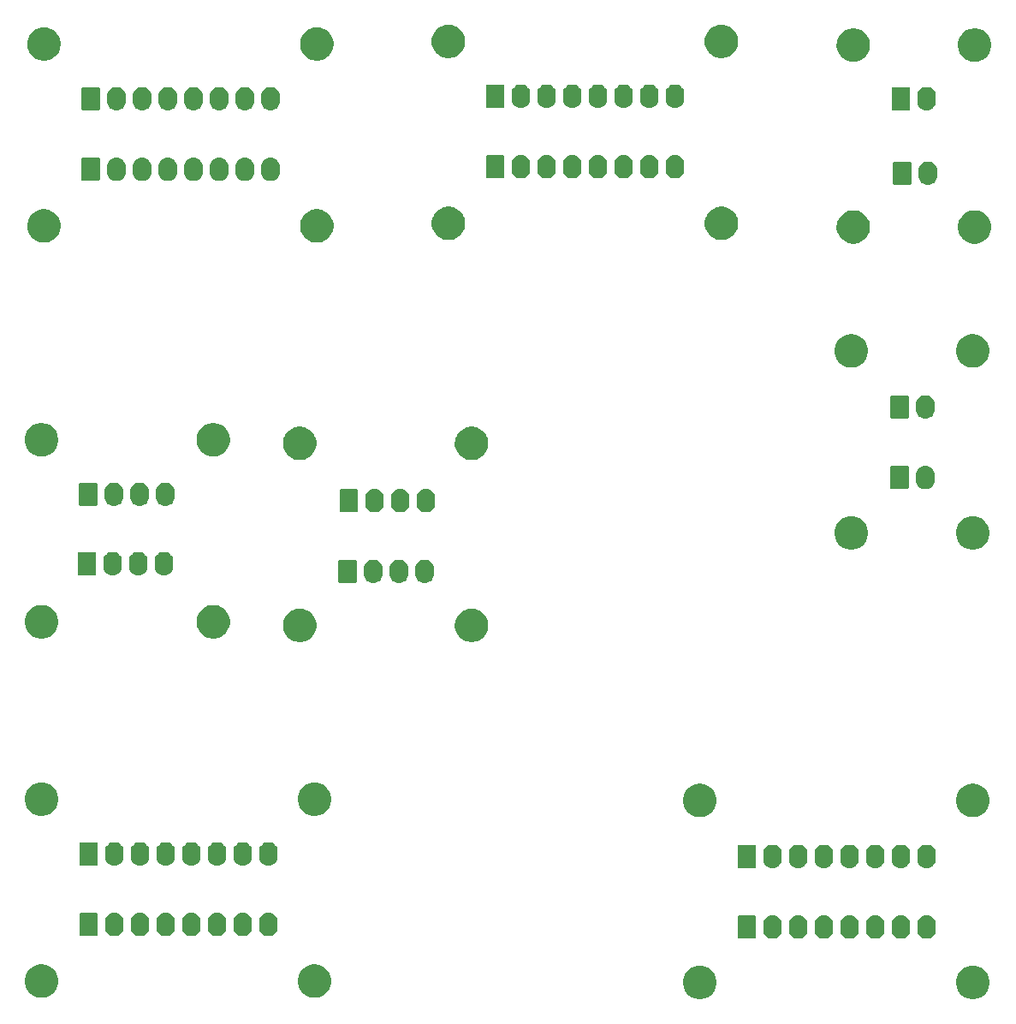
<source format=gbr>
G04 #@! TF.GenerationSoftware,KiCad,Pcbnew,(5.1.5-0-10_14)*
G04 #@! TF.CreationDate,2021-03-15T06:00:06+10:00*
G04 #@! TF.ProjectId,OH - General Purpose Small PCB,4f48202d-2047-4656-9e65-72616c205075,rev?*
G04 #@! TF.SameCoordinates,Original*
G04 #@! TF.FileFunction,Soldermask,Bot*
G04 #@! TF.FilePolarity,Negative*
%FSLAX46Y46*%
G04 Gerber Fmt 4.6, Leading zero omitted, Abs format (unit mm)*
G04 Created by KiCad (PCBNEW (5.1.5-0-10_14)) date 2021-03-15 06:00:06*
%MOMM*%
%LPD*%
G04 APERTURE LIST*
%ADD10C,0.100000*%
G04 APERTURE END LIST*
D10*
G36*
X134868256Y-135310298D02*
G01*
X134974579Y-135331447D01*
X135275042Y-135455903D01*
X135545451Y-135636585D01*
X135775415Y-135866549D01*
X135956097Y-136136958D01*
X136080553Y-136437421D01*
X136144000Y-136756391D01*
X136144000Y-137081609D01*
X136080553Y-137400579D01*
X135956097Y-137701042D01*
X135775415Y-137971451D01*
X135545451Y-138201415D01*
X135275042Y-138382097D01*
X134974579Y-138506553D01*
X134868256Y-138527702D01*
X134655611Y-138570000D01*
X134330389Y-138570000D01*
X134117744Y-138527702D01*
X134011421Y-138506553D01*
X133710958Y-138382097D01*
X133440549Y-138201415D01*
X133210585Y-137971451D01*
X133029903Y-137701042D01*
X132905447Y-137400579D01*
X132842000Y-137081609D01*
X132842000Y-136756391D01*
X132905447Y-136437421D01*
X133029903Y-136136958D01*
X133210585Y-135866549D01*
X133440549Y-135636585D01*
X133710958Y-135455903D01*
X134011421Y-135331447D01*
X134117744Y-135310298D01*
X134330389Y-135268000D01*
X134655611Y-135268000D01*
X134868256Y-135310298D01*
G37*
G36*
X107868256Y-135310298D02*
G01*
X107974579Y-135331447D01*
X108275042Y-135455903D01*
X108545451Y-135636585D01*
X108775415Y-135866549D01*
X108956097Y-136136958D01*
X109080553Y-136437421D01*
X109144000Y-136756391D01*
X109144000Y-137081609D01*
X109080553Y-137400579D01*
X108956097Y-137701042D01*
X108775415Y-137971451D01*
X108545451Y-138201415D01*
X108275042Y-138382097D01*
X107974579Y-138506553D01*
X107868256Y-138527702D01*
X107655611Y-138570000D01*
X107330389Y-138570000D01*
X107117744Y-138527702D01*
X107011421Y-138506553D01*
X106710958Y-138382097D01*
X106440549Y-138201415D01*
X106210585Y-137971451D01*
X106029903Y-137701042D01*
X105905447Y-137400579D01*
X105842000Y-137081609D01*
X105842000Y-136756391D01*
X105905447Y-136437421D01*
X106029903Y-136136958D01*
X106210585Y-135866549D01*
X106440549Y-135636585D01*
X106710958Y-135455903D01*
X107011421Y-135331447D01*
X107117744Y-135310298D01*
X107330389Y-135268000D01*
X107655611Y-135268000D01*
X107868256Y-135310298D01*
G37*
G36*
X69746256Y-135183298D02*
G01*
X69852579Y-135204447D01*
X70153042Y-135328903D01*
X70423451Y-135509585D01*
X70653415Y-135739549D01*
X70834097Y-136009958D01*
X70958553Y-136310421D01*
X71022000Y-136629391D01*
X71022000Y-136954609D01*
X70958553Y-137273579D01*
X70834097Y-137574042D01*
X70653415Y-137844451D01*
X70423451Y-138074415D01*
X70153042Y-138255097D01*
X69852579Y-138379553D01*
X69839789Y-138382097D01*
X69533611Y-138443000D01*
X69208389Y-138443000D01*
X68902211Y-138382097D01*
X68889421Y-138379553D01*
X68588958Y-138255097D01*
X68318549Y-138074415D01*
X68088585Y-137844451D01*
X67907903Y-137574042D01*
X67783447Y-137273579D01*
X67720000Y-136954609D01*
X67720000Y-136629391D01*
X67783447Y-136310421D01*
X67907903Y-136009958D01*
X68088585Y-135739549D01*
X68318549Y-135509585D01*
X68588958Y-135328903D01*
X68889421Y-135204447D01*
X68995744Y-135183298D01*
X69208389Y-135141000D01*
X69533611Y-135141000D01*
X69746256Y-135183298D01*
G37*
G36*
X42746256Y-135183298D02*
G01*
X42852579Y-135204447D01*
X43153042Y-135328903D01*
X43423451Y-135509585D01*
X43653415Y-135739549D01*
X43834097Y-136009958D01*
X43958553Y-136310421D01*
X44022000Y-136629391D01*
X44022000Y-136954609D01*
X43958553Y-137273579D01*
X43834097Y-137574042D01*
X43653415Y-137844451D01*
X43423451Y-138074415D01*
X43153042Y-138255097D01*
X42852579Y-138379553D01*
X42839789Y-138382097D01*
X42533611Y-138443000D01*
X42208389Y-138443000D01*
X41902211Y-138382097D01*
X41889421Y-138379553D01*
X41588958Y-138255097D01*
X41318549Y-138074415D01*
X41088585Y-137844451D01*
X40907903Y-137574042D01*
X40783447Y-137273579D01*
X40720000Y-136954609D01*
X40720000Y-136629391D01*
X40783447Y-136310421D01*
X40907903Y-136009958D01*
X41088585Y-135739549D01*
X41318549Y-135509585D01*
X41588958Y-135328903D01*
X41889421Y-135204447D01*
X41995744Y-135183298D01*
X42208389Y-135141000D01*
X42533611Y-135141000D01*
X42746256Y-135183298D01*
G37*
G36*
X125021547Y-130307326D02*
G01*
X125195156Y-130359990D01*
X125195158Y-130359991D01*
X125355155Y-130445511D01*
X125495397Y-130560603D01*
X125533345Y-130606844D01*
X125610489Y-130700844D01*
X125696010Y-130860843D01*
X125748674Y-131034452D01*
X125762000Y-131169756D01*
X125762000Y-131720243D01*
X125748674Y-131855548D01*
X125696010Y-132029157D01*
X125610489Y-132189156D01*
X125581581Y-132224380D01*
X125495397Y-132329397D01*
X125398729Y-132408729D01*
X125355156Y-132444489D01*
X125195157Y-132530010D01*
X125021548Y-132582674D01*
X124841000Y-132600456D01*
X124660453Y-132582674D01*
X124486844Y-132530010D01*
X124326845Y-132444489D01*
X124283272Y-132408729D01*
X124186604Y-132329397D01*
X124071513Y-132189157D01*
X124071512Y-132189155D01*
X123985990Y-132029157D01*
X123933326Y-131855548D01*
X123920000Y-131720244D01*
X123920000Y-131169757D01*
X123933326Y-131034453D01*
X123985990Y-130860844D01*
X124071511Y-130700845D01*
X124071512Y-130700844D01*
X124186603Y-130560603D01*
X124325219Y-130446845D01*
X124326844Y-130445511D01*
X124486843Y-130359990D01*
X124660452Y-130307326D01*
X124841000Y-130289544D01*
X125021547Y-130307326D01*
G37*
G36*
X127561547Y-130307326D02*
G01*
X127735156Y-130359990D01*
X127735158Y-130359991D01*
X127895155Y-130445511D01*
X128035397Y-130560603D01*
X128073345Y-130606844D01*
X128150489Y-130700844D01*
X128236010Y-130860843D01*
X128288674Y-131034452D01*
X128302000Y-131169756D01*
X128302000Y-131720243D01*
X128288674Y-131855548D01*
X128236010Y-132029157D01*
X128150489Y-132189156D01*
X128121581Y-132224380D01*
X128035397Y-132329397D01*
X127938729Y-132408729D01*
X127895156Y-132444489D01*
X127735157Y-132530010D01*
X127561548Y-132582674D01*
X127381000Y-132600456D01*
X127200453Y-132582674D01*
X127026844Y-132530010D01*
X126866845Y-132444489D01*
X126823272Y-132408729D01*
X126726604Y-132329397D01*
X126611513Y-132189157D01*
X126611512Y-132189155D01*
X126525990Y-132029157D01*
X126473326Y-131855548D01*
X126460000Y-131720244D01*
X126460000Y-131169757D01*
X126473326Y-131034453D01*
X126525990Y-130860844D01*
X126611511Y-130700845D01*
X126611512Y-130700844D01*
X126726603Y-130560603D01*
X126865219Y-130446845D01*
X126866844Y-130445511D01*
X127026843Y-130359990D01*
X127200452Y-130307326D01*
X127381000Y-130289544D01*
X127561547Y-130307326D01*
G37*
G36*
X130101547Y-130307326D02*
G01*
X130275156Y-130359990D01*
X130275158Y-130359991D01*
X130435155Y-130445511D01*
X130575397Y-130560603D01*
X130613345Y-130606844D01*
X130690489Y-130700844D01*
X130776010Y-130860843D01*
X130828674Y-131034452D01*
X130842000Y-131169756D01*
X130842000Y-131720243D01*
X130828674Y-131855548D01*
X130776010Y-132029157D01*
X130690489Y-132189156D01*
X130661581Y-132224380D01*
X130575397Y-132329397D01*
X130478729Y-132408729D01*
X130435156Y-132444489D01*
X130275157Y-132530010D01*
X130101548Y-132582674D01*
X129921000Y-132600456D01*
X129740453Y-132582674D01*
X129566844Y-132530010D01*
X129406845Y-132444489D01*
X129363272Y-132408729D01*
X129266604Y-132329397D01*
X129151513Y-132189157D01*
X129151512Y-132189155D01*
X129065990Y-132029157D01*
X129013326Y-131855548D01*
X129000000Y-131720244D01*
X129000000Y-131169757D01*
X129013326Y-131034453D01*
X129065990Y-130860844D01*
X129151511Y-130700845D01*
X129151512Y-130700844D01*
X129266603Y-130560603D01*
X129405219Y-130446845D01*
X129406844Y-130445511D01*
X129566843Y-130359990D01*
X129740452Y-130307326D01*
X129921000Y-130289544D01*
X130101547Y-130307326D01*
G37*
G36*
X114861547Y-130307326D02*
G01*
X115035156Y-130359990D01*
X115035158Y-130359991D01*
X115195155Y-130445511D01*
X115335397Y-130560603D01*
X115373345Y-130606844D01*
X115450489Y-130700844D01*
X115536010Y-130860843D01*
X115588674Y-131034452D01*
X115602000Y-131169756D01*
X115602000Y-131720243D01*
X115588674Y-131855548D01*
X115536010Y-132029157D01*
X115450489Y-132189156D01*
X115421581Y-132224380D01*
X115335397Y-132329397D01*
X115238729Y-132408729D01*
X115195156Y-132444489D01*
X115035157Y-132530010D01*
X114861548Y-132582674D01*
X114681000Y-132600456D01*
X114500453Y-132582674D01*
X114326844Y-132530010D01*
X114166845Y-132444489D01*
X114123272Y-132408729D01*
X114026604Y-132329397D01*
X113911513Y-132189157D01*
X113911512Y-132189155D01*
X113825990Y-132029157D01*
X113773326Y-131855548D01*
X113760000Y-131720244D01*
X113760000Y-131169757D01*
X113773326Y-131034453D01*
X113825990Y-130860844D01*
X113911511Y-130700845D01*
X113911512Y-130700844D01*
X114026603Y-130560603D01*
X114165219Y-130446845D01*
X114166844Y-130445511D01*
X114326843Y-130359990D01*
X114500452Y-130307326D01*
X114681000Y-130289544D01*
X114861547Y-130307326D01*
G37*
G36*
X122481547Y-130307326D02*
G01*
X122655156Y-130359990D01*
X122655158Y-130359991D01*
X122815155Y-130445511D01*
X122955397Y-130560603D01*
X122993345Y-130606844D01*
X123070489Y-130700844D01*
X123156010Y-130860843D01*
X123208674Y-131034452D01*
X123222000Y-131169756D01*
X123222000Y-131720243D01*
X123208674Y-131855548D01*
X123156010Y-132029157D01*
X123070489Y-132189156D01*
X123041581Y-132224380D01*
X122955397Y-132329397D01*
X122858729Y-132408729D01*
X122815156Y-132444489D01*
X122655157Y-132530010D01*
X122481548Y-132582674D01*
X122301000Y-132600456D01*
X122120453Y-132582674D01*
X121946844Y-132530010D01*
X121786845Y-132444489D01*
X121743272Y-132408729D01*
X121646604Y-132329397D01*
X121531513Y-132189157D01*
X121531512Y-132189155D01*
X121445990Y-132029157D01*
X121393326Y-131855548D01*
X121380000Y-131720244D01*
X121380000Y-131169757D01*
X121393326Y-131034453D01*
X121445990Y-130860844D01*
X121531511Y-130700845D01*
X121531512Y-130700844D01*
X121646603Y-130560603D01*
X121785219Y-130446845D01*
X121786844Y-130445511D01*
X121946843Y-130359990D01*
X122120452Y-130307326D01*
X122301000Y-130289544D01*
X122481547Y-130307326D01*
G37*
G36*
X119941547Y-130307326D02*
G01*
X120115156Y-130359990D01*
X120115158Y-130359991D01*
X120275155Y-130445511D01*
X120415397Y-130560603D01*
X120453345Y-130606844D01*
X120530489Y-130700844D01*
X120616010Y-130860843D01*
X120668674Y-131034452D01*
X120682000Y-131169756D01*
X120682000Y-131720243D01*
X120668674Y-131855548D01*
X120616010Y-132029157D01*
X120530489Y-132189156D01*
X120501581Y-132224380D01*
X120415397Y-132329397D01*
X120318729Y-132408729D01*
X120275156Y-132444489D01*
X120115157Y-132530010D01*
X119941548Y-132582674D01*
X119761000Y-132600456D01*
X119580453Y-132582674D01*
X119406844Y-132530010D01*
X119246845Y-132444489D01*
X119203272Y-132408729D01*
X119106604Y-132329397D01*
X118991513Y-132189157D01*
X118991512Y-132189155D01*
X118905990Y-132029157D01*
X118853326Y-131855548D01*
X118840000Y-131720244D01*
X118840000Y-131169757D01*
X118853326Y-131034453D01*
X118905990Y-130860844D01*
X118991511Y-130700845D01*
X118991512Y-130700844D01*
X119106603Y-130560603D01*
X119245219Y-130446845D01*
X119246844Y-130445511D01*
X119406843Y-130359990D01*
X119580452Y-130307326D01*
X119761000Y-130289544D01*
X119941547Y-130307326D01*
G37*
G36*
X117401547Y-130307326D02*
G01*
X117575156Y-130359990D01*
X117575158Y-130359991D01*
X117735155Y-130445511D01*
X117875397Y-130560603D01*
X117913345Y-130606844D01*
X117990489Y-130700844D01*
X118076010Y-130860843D01*
X118128674Y-131034452D01*
X118142000Y-131169756D01*
X118142000Y-131720243D01*
X118128674Y-131855548D01*
X118076010Y-132029157D01*
X117990489Y-132189156D01*
X117961581Y-132224380D01*
X117875397Y-132329397D01*
X117778729Y-132408729D01*
X117735156Y-132444489D01*
X117575157Y-132530010D01*
X117401548Y-132582674D01*
X117221000Y-132600456D01*
X117040453Y-132582674D01*
X116866844Y-132530010D01*
X116706845Y-132444489D01*
X116663272Y-132408729D01*
X116566604Y-132329397D01*
X116451513Y-132189157D01*
X116451512Y-132189155D01*
X116365990Y-132029157D01*
X116313326Y-131855548D01*
X116300000Y-131720244D01*
X116300000Y-131169757D01*
X116313326Y-131034453D01*
X116365990Y-130860844D01*
X116451511Y-130700845D01*
X116451512Y-130700844D01*
X116566603Y-130560603D01*
X116705219Y-130446845D01*
X116706844Y-130445511D01*
X116866843Y-130359990D01*
X117040452Y-130307326D01*
X117221000Y-130289544D01*
X117401547Y-130307326D01*
G37*
G36*
X112920561Y-130297966D02*
G01*
X112953383Y-130307923D01*
X112983632Y-130324092D01*
X113010148Y-130345852D01*
X113031908Y-130372368D01*
X113048077Y-130402617D01*
X113058034Y-130435439D01*
X113062000Y-130475713D01*
X113062000Y-132414287D01*
X113058034Y-132454561D01*
X113048077Y-132487383D01*
X113031908Y-132517632D01*
X113010148Y-132544148D01*
X112983632Y-132565908D01*
X112953383Y-132582077D01*
X112920561Y-132592034D01*
X112880287Y-132596000D01*
X111401713Y-132596000D01*
X111361439Y-132592034D01*
X111328617Y-132582077D01*
X111298368Y-132565908D01*
X111271852Y-132544148D01*
X111250092Y-132517632D01*
X111233923Y-132487383D01*
X111223966Y-132454561D01*
X111220000Y-132414287D01*
X111220000Y-130475713D01*
X111223966Y-130435439D01*
X111233923Y-130402617D01*
X111250092Y-130372368D01*
X111271852Y-130345852D01*
X111298368Y-130324092D01*
X111328617Y-130307923D01*
X111361439Y-130297966D01*
X111401713Y-130294000D01*
X112880287Y-130294000D01*
X112920561Y-130297966D01*
G37*
G36*
X49757547Y-130053326D02*
G01*
X49931156Y-130105990D01*
X49931158Y-130105991D01*
X50091155Y-130191511D01*
X50231397Y-130306603D01*
X50284668Y-130371515D01*
X50346489Y-130446844D01*
X50432010Y-130606843D01*
X50484674Y-130780452D01*
X50498000Y-130915756D01*
X50498000Y-131466243D01*
X50484674Y-131601548D01*
X50432010Y-131775157D01*
X50346489Y-131935156D01*
X50310729Y-131978729D01*
X50231397Y-132075397D01*
X50134729Y-132154729D01*
X50091156Y-132190489D01*
X49931157Y-132276010D01*
X49757548Y-132328674D01*
X49577000Y-132346456D01*
X49396453Y-132328674D01*
X49222844Y-132276010D01*
X49062845Y-132190489D01*
X49019272Y-132154729D01*
X48922604Y-132075397D01*
X48807513Y-131935157D01*
X48807512Y-131935155D01*
X48721990Y-131775157D01*
X48669326Y-131601548D01*
X48656000Y-131466244D01*
X48656000Y-130915757D01*
X48669326Y-130780453D01*
X48721990Y-130606844D01*
X48807511Y-130446845D01*
X48836419Y-130411620D01*
X48922603Y-130306603D01*
X49048388Y-130203375D01*
X49062844Y-130191511D01*
X49222843Y-130105990D01*
X49396452Y-130053326D01*
X49577000Y-130035544D01*
X49757547Y-130053326D01*
G37*
G36*
X52297547Y-130053326D02*
G01*
X52471156Y-130105990D01*
X52471158Y-130105991D01*
X52631155Y-130191511D01*
X52771397Y-130306603D01*
X52824668Y-130371515D01*
X52886489Y-130446844D01*
X52972010Y-130606843D01*
X53024674Y-130780452D01*
X53038000Y-130915756D01*
X53038000Y-131466243D01*
X53024674Y-131601548D01*
X52972010Y-131775157D01*
X52886489Y-131935156D01*
X52850729Y-131978729D01*
X52771397Y-132075397D01*
X52674729Y-132154729D01*
X52631156Y-132190489D01*
X52471157Y-132276010D01*
X52297548Y-132328674D01*
X52117000Y-132346456D01*
X51936453Y-132328674D01*
X51762844Y-132276010D01*
X51602845Y-132190489D01*
X51559272Y-132154729D01*
X51462604Y-132075397D01*
X51347513Y-131935157D01*
X51347512Y-131935155D01*
X51261990Y-131775157D01*
X51209326Y-131601548D01*
X51196000Y-131466244D01*
X51196000Y-130915757D01*
X51209326Y-130780453D01*
X51261990Y-130606844D01*
X51347511Y-130446845D01*
X51376419Y-130411620D01*
X51462603Y-130306603D01*
X51588388Y-130203375D01*
X51602844Y-130191511D01*
X51762843Y-130105990D01*
X51936452Y-130053326D01*
X52117000Y-130035544D01*
X52297547Y-130053326D01*
G37*
G36*
X54837547Y-130053326D02*
G01*
X55011156Y-130105990D01*
X55011158Y-130105991D01*
X55171155Y-130191511D01*
X55311397Y-130306603D01*
X55364668Y-130371515D01*
X55426489Y-130446844D01*
X55512010Y-130606843D01*
X55564674Y-130780452D01*
X55578000Y-130915756D01*
X55578000Y-131466243D01*
X55564674Y-131601548D01*
X55512010Y-131775157D01*
X55426489Y-131935156D01*
X55390729Y-131978729D01*
X55311397Y-132075397D01*
X55214729Y-132154729D01*
X55171156Y-132190489D01*
X55011157Y-132276010D01*
X54837548Y-132328674D01*
X54657000Y-132346456D01*
X54476453Y-132328674D01*
X54302844Y-132276010D01*
X54142845Y-132190489D01*
X54099272Y-132154729D01*
X54002604Y-132075397D01*
X53887513Y-131935157D01*
X53887512Y-131935155D01*
X53801990Y-131775157D01*
X53749326Y-131601548D01*
X53736000Y-131466244D01*
X53736000Y-130915757D01*
X53749326Y-130780453D01*
X53801990Y-130606844D01*
X53887511Y-130446845D01*
X53916419Y-130411620D01*
X54002603Y-130306603D01*
X54128388Y-130203375D01*
X54142844Y-130191511D01*
X54302843Y-130105990D01*
X54476452Y-130053326D01*
X54657000Y-130035544D01*
X54837547Y-130053326D01*
G37*
G36*
X57377547Y-130053326D02*
G01*
X57551156Y-130105990D01*
X57551158Y-130105991D01*
X57711155Y-130191511D01*
X57851397Y-130306603D01*
X57904668Y-130371515D01*
X57966489Y-130446844D01*
X58052010Y-130606843D01*
X58104674Y-130780452D01*
X58118000Y-130915756D01*
X58118000Y-131466243D01*
X58104674Y-131601548D01*
X58052010Y-131775157D01*
X57966489Y-131935156D01*
X57930729Y-131978729D01*
X57851397Y-132075397D01*
X57754729Y-132154729D01*
X57711156Y-132190489D01*
X57551157Y-132276010D01*
X57377548Y-132328674D01*
X57197000Y-132346456D01*
X57016453Y-132328674D01*
X56842844Y-132276010D01*
X56682845Y-132190489D01*
X56639272Y-132154729D01*
X56542604Y-132075397D01*
X56427513Y-131935157D01*
X56427512Y-131935155D01*
X56341990Y-131775157D01*
X56289326Y-131601548D01*
X56276000Y-131466244D01*
X56276000Y-130915757D01*
X56289326Y-130780453D01*
X56341990Y-130606844D01*
X56427511Y-130446845D01*
X56456419Y-130411620D01*
X56542603Y-130306603D01*
X56668388Y-130203375D01*
X56682844Y-130191511D01*
X56842843Y-130105990D01*
X57016452Y-130053326D01*
X57197000Y-130035544D01*
X57377547Y-130053326D01*
G37*
G36*
X59917547Y-130053326D02*
G01*
X60091156Y-130105990D01*
X60091158Y-130105991D01*
X60251155Y-130191511D01*
X60391397Y-130306603D01*
X60444668Y-130371515D01*
X60506489Y-130446844D01*
X60592010Y-130606843D01*
X60644674Y-130780452D01*
X60658000Y-130915756D01*
X60658000Y-131466243D01*
X60644674Y-131601548D01*
X60592010Y-131775157D01*
X60506489Y-131935156D01*
X60470729Y-131978729D01*
X60391397Y-132075397D01*
X60294729Y-132154729D01*
X60251156Y-132190489D01*
X60091157Y-132276010D01*
X59917548Y-132328674D01*
X59737000Y-132346456D01*
X59556453Y-132328674D01*
X59382844Y-132276010D01*
X59222845Y-132190489D01*
X59179272Y-132154729D01*
X59082604Y-132075397D01*
X58967513Y-131935157D01*
X58967512Y-131935155D01*
X58881990Y-131775157D01*
X58829326Y-131601548D01*
X58816000Y-131466244D01*
X58816000Y-130915757D01*
X58829326Y-130780453D01*
X58881990Y-130606844D01*
X58967511Y-130446845D01*
X58996419Y-130411620D01*
X59082603Y-130306603D01*
X59208388Y-130203375D01*
X59222844Y-130191511D01*
X59382843Y-130105990D01*
X59556452Y-130053326D01*
X59737000Y-130035544D01*
X59917547Y-130053326D01*
G37*
G36*
X62457547Y-130053326D02*
G01*
X62631156Y-130105990D01*
X62631158Y-130105991D01*
X62791155Y-130191511D01*
X62931397Y-130306603D01*
X62984668Y-130371515D01*
X63046489Y-130446844D01*
X63132010Y-130606843D01*
X63184674Y-130780452D01*
X63198000Y-130915756D01*
X63198000Y-131466243D01*
X63184674Y-131601548D01*
X63132010Y-131775157D01*
X63046489Y-131935156D01*
X63010729Y-131978729D01*
X62931397Y-132075397D01*
X62834729Y-132154729D01*
X62791156Y-132190489D01*
X62631157Y-132276010D01*
X62457548Y-132328674D01*
X62277000Y-132346456D01*
X62096453Y-132328674D01*
X61922844Y-132276010D01*
X61762845Y-132190489D01*
X61719272Y-132154729D01*
X61622604Y-132075397D01*
X61507513Y-131935157D01*
X61507512Y-131935155D01*
X61421990Y-131775157D01*
X61369326Y-131601548D01*
X61356000Y-131466244D01*
X61356000Y-130915757D01*
X61369326Y-130780453D01*
X61421990Y-130606844D01*
X61507511Y-130446845D01*
X61536419Y-130411620D01*
X61622603Y-130306603D01*
X61748388Y-130203375D01*
X61762844Y-130191511D01*
X61922843Y-130105990D01*
X62096452Y-130053326D01*
X62277000Y-130035544D01*
X62457547Y-130053326D01*
G37*
G36*
X64997547Y-130053326D02*
G01*
X65171156Y-130105990D01*
X65171158Y-130105991D01*
X65331155Y-130191511D01*
X65471397Y-130306603D01*
X65524668Y-130371515D01*
X65586489Y-130446844D01*
X65672010Y-130606843D01*
X65724674Y-130780452D01*
X65738000Y-130915756D01*
X65738000Y-131466243D01*
X65724674Y-131601548D01*
X65672010Y-131775157D01*
X65586489Y-131935156D01*
X65550729Y-131978729D01*
X65471397Y-132075397D01*
X65374729Y-132154729D01*
X65331156Y-132190489D01*
X65171157Y-132276010D01*
X64997548Y-132328674D01*
X64817000Y-132346456D01*
X64636453Y-132328674D01*
X64462844Y-132276010D01*
X64302845Y-132190489D01*
X64259272Y-132154729D01*
X64162604Y-132075397D01*
X64047513Y-131935157D01*
X64047512Y-131935155D01*
X63961990Y-131775157D01*
X63909326Y-131601548D01*
X63896000Y-131466244D01*
X63896000Y-130915757D01*
X63909326Y-130780453D01*
X63961990Y-130606844D01*
X64047511Y-130446845D01*
X64076419Y-130411620D01*
X64162603Y-130306603D01*
X64288388Y-130203375D01*
X64302844Y-130191511D01*
X64462843Y-130105990D01*
X64636452Y-130053326D01*
X64817000Y-130035544D01*
X64997547Y-130053326D01*
G37*
G36*
X47816561Y-130043966D02*
G01*
X47849383Y-130053923D01*
X47879632Y-130070092D01*
X47906148Y-130091852D01*
X47927908Y-130118368D01*
X47944077Y-130148617D01*
X47954034Y-130181439D01*
X47958000Y-130221713D01*
X47958000Y-132160287D01*
X47954034Y-132200561D01*
X47944077Y-132233383D01*
X47927908Y-132263632D01*
X47906148Y-132290148D01*
X47879632Y-132311908D01*
X47849383Y-132328077D01*
X47816561Y-132338034D01*
X47776287Y-132342000D01*
X46297713Y-132342000D01*
X46257439Y-132338034D01*
X46224617Y-132328077D01*
X46194368Y-132311908D01*
X46167852Y-132290148D01*
X46146092Y-132263632D01*
X46129923Y-132233383D01*
X46119966Y-132200561D01*
X46116000Y-132160287D01*
X46116000Y-130221713D01*
X46119966Y-130181439D01*
X46129923Y-130148617D01*
X46146092Y-130118368D01*
X46167852Y-130091852D01*
X46194368Y-130070092D01*
X46224617Y-130053923D01*
X46257439Y-130043966D01*
X46297713Y-130040000D01*
X47776287Y-130040000D01*
X47816561Y-130043966D01*
G37*
G36*
X119941547Y-123322326D02*
G01*
X120115156Y-123374990D01*
X120115158Y-123374991D01*
X120275155Y-123460511D01*
X120415397Y-123575603D01*
X120453345Y-123621844D01*
X120530489Y-123715844D01*
X120616010Y-123875843D01*
X120668674Y-124049452D01*
X120682000Y-124184756D01*
X120682000Y-124735243D01*
X120668674Y-124870548D01*
X120616010Y-125044157D01*
X120530489Y-125204156D01*
X120501581Y-125239380D01*
X120415397Y-125344397D01*
X120318729Y-125423729D01*
X120275156Y-125459489D01*
X120115157Y-125545010D01*
X119941548Y-125597674D01*
X119761000Y-125615456D01*
X119580453Y-125597674D01*
X119406844Y-125545010D01*
X119246845Y-125459489D01*
X119203272Y-125423729D01*
X119106604Y-125344397D01*
X118991513Y-125204157D01*
X118991512Y-125204155D01*
X118905990Y-125044157D01*
X118853326Y-124870548D01*
X118840000Y-124735244D01*
X118840000Y-124184757D01*
X118853326Y-124049453D01*
X118905990Y-123875844D01*
X118991511Y-123715845D01*
X118991512Y-123715844D01*
X119106603Y-123575603D01*
X119245219Y-123461845D01*
X119246844Y-123460511D01*
X119406843Y-123374990D01*
X119580452Y-123322326D01*
X119761000Y-123304544D01*
X119941547Y-123322326D01*
G37*
G36*
X117401547Y-123322326D02*
G01*
X117575156Y-123374990D01*
X117575158Y-123374991D01*
X117735155Y-123460511D01*
X117875397Y-123575603D01*
X117913345Y-123621844D01*
X117990489Y-123715844D01*
X118076010Y-123875843D01*
X118128674Y-124049452D01*
X118142000Y-124184756D01*
X118142000Y-124735243D01*
X118128674Y-124870548D01*
X118076010Y-125044157D01*
X117990489Y-125204156D01*
X117961581Y-125239380D01*
X117875397Y-125344397D01*
X117778729Y-125423729D01*
X117735156Y-125459489D01*
X117575157Y-125545010D01*
X117401548Y-125597674D01*
X117221000Y-125615456D01*
X117040453Y-125597674D01*
X116866844Y-125545010D01*
X116706845Y-125459489D01*
X116663272Y-125423729D01*
X116566604Y-125344397D01*
X116451513Y-125204157D01*
X116451512Y-125204155D01*
X116365990Y-125044157D01*
X116313326Y-124870548D01*
X116300000Y-124735244D01*
X116300000Y-124184757D01*
X116313326Y-124049453D01*
X116365990Y-123875844D01*
X116451511Y-123715845D01*
X116451512Y-123715844D01*
X116566603Y-123575603D01*
X116705219Y-123461845D01*
X116706844Y-123460511D01*
X116866843Y-123374990D01*
X117040452Y-123322326D01*
X117221000Y-123304544D01*
X117401547Y-123322326D01*
G37*
G36*
X130101547Y-123322326D02*
G01*
X130275156Y-123374990D01*
X130275158Y-123374991D01*
X130435155Y-123460511D01*
X130575397Y-123575603D01*
X130613345Y-123621844D01*
X130690489Y-123715844D01*
X130776010Y-123875843D01*
X130828674Y-124049452D01*
X130842000Y-124184756D01*
X130842000Y-124735243D01*
X130828674Y-124870548D01*
X130776010Y-125044157D01*
X130690489Y-125204156D01*
X130661581Y-125239380D01*
X130575397Y-125344397D01*
X130478729Y-125423729D01*
X130435156Y-125459489D01*
X130275157Y-125545010D01*
X130101548Y-125597674D01*
X129921000Y-125615456D01*
X129740453Y-125597674D01*
X129566844Y-125545010D01*
X129406845Y-125459489D01*
X129363272Y-125423729D01*
X129266604Y-125344397D01*
X129151513Y-125204157D01*
X129151512Y-125204155D01*
X129065990Y-125044157D01*
X129013326Y-124870548D01*
X129000000Y-124735244D01*
X129000000Y-124184757D01*
X129013326Y-124049453D01*
X129065990Y-123875844D01*
X129151511Y-123715845D01*
X129151512Y-123715844D01*
X129266603Y-123575603D01*
X129405219Y-123461845D01*
X129406844Y-123460511D01*
X129566843Y-123374990D01*
X129740452Y-123322326D01*
X129921000Y-123304544D01*
X130101547Y-123322326D01*
G37*
G36*
X127561547Y-123322326D02*
G01*
X127735156Y-123374990D01*
X127735158Y-123374991D01*
X127895155Y-123460511D01*
X128035397Y-123575603D01*
X128073345Y-123621844D01*
X128150489Y-123715844D01*
X128236010Y-123875843D01*
X128288674Y-124049452D01*
X128302000Y-124184756D01*
X128302000Y-124735243D01*
X128288674Y-124870548D01*
X128236010Y-125044157D01*
X128150489Y-125204156D01*
X128121581Y-125239380D01*
X128035397Y-125344397D01*
X127938729Y-125423729D01*
X127895156Y-125459489D01*
X127735157Y-125545010D01*
X127561548Y-125597674D01*
X127381000Y-125615456D01*
X127200453Y-125597674D01*
X127026844Y-125545010D01*
X126866845Y-125459489D01*
X126823272Y-125423729D01*
X126726604Y-125344397D01*
X126611513Y-125204157D01*
X126611512Y-125204155D01*
X126525990Y-125044157D01*
X126473326Y-124870548D01*
X126460000Y-124735244D01*
X126460000Y-124184757D01*
X126473326Y-124049453D01*
X126525990Y-123875844D01*
X126611511Y-123715845D01*
X126611512Y-123715844D01*
X126726603Y-123575603D01*
X126865219Y-123461845D01*
X126866844Y-123460511D01*
X127026843Y-123374990D01*
X127200452Y-123322326D01*
X127381000Y-123304544D01*
X127561547Y-123322326D01*
G37*
G36*
X125021547Y-123322326D02*
G01*
X125195156Y-123374990D01*
X125195158Y-123374991D01*
X125355155Y-123460511D01*
X125495397Y-123575603D01*
X125533345Y-123621844D01*
X125610489Y-123715844D01*
X125696010Y-123875843D01*
X125748674Y-124049452D01*
X125762000Y-124184756D01*
X125762000Y-124735243D01*
X125748674Y-124870548D01*
X125696010Y-125044157D01*
X125610489Y-125204156D01*
X125581581Y-125239380D01*
X125495397Y-125344397D01*
X125398729Y-125423729D01*
X125355156Y-125459489D01*
X125195157Y-125545010D01*
X125021548Y-125597674D01*
X124841000Y-125615456D01*
X124660453Y-125597674D01*
X124486844Y-125545010D01*
X124326845Y-125459489D01*
X124283272Y-125423729D01*
X124186604Y-125344397D01*
X124071513Y-125204157D01*
X124071512Y-125204155D01*
X123985990Y-125044157D01*
X123933326Y-124870548D01*
X123920000Y-124735244D01*
X123920000Y-124184757D01*
X123933326Y-124049453D01*
X123985990Y-123875844D01*
X124071511Y-123715845D01*
X124071512Y-123715844D01*
X124186603Y-123575603D01*
X124325219Y-123461845D01*
X124326844Y-123460511D01*
X124486843Y-123374990D01*
X124660452Y-123322326D01*
X124841000Y-123304544D01*
X125021547Y-123322326D01*
G37*
G36*
X122481547Y-123322326D02*
G01*
X122655156Y-123374990D01*
X122655158Y-123374991D01*
X122815155Y-123460511D01*
X122955397Y-123575603D01*
X122993345Y-123621844D01*
X123070489Y-123715844D01*
X123156010Y-123875843D01*
X123208674Y-124049452D01*
X123222000Y-124184756D01*
X123222000Y-124735243D01*
X123208674Y-124870548D01*
X123156010Y-125044157D01*
X123070489Y-125204156D01*
X123041581Y-125239380D01*
X122955397Y-125344397D01*
X122858729Y-125423729D01*
X122815156Y-125459489D01*
X122655157Y-125545010D01*
X122481548Y-125597674D01*
X122301000Y-125615456D01*
X122120453Y-125597674D01*
X121946844Y-125545010D01*
X121786845Y-125459489D01*
X121743272Y-125423729D01*
X121646604Y-125344397D01*
X121531513Y-125204157D01*
X121531512Y-125204155D01*
X121445990Y-125044157D01*
X121393326Y-124870548D01*
X121380000Y-124735244D01*
X121380000Y-124184757D01*
X121393326Y-124049453D01*
X121445990Y-123875844D01*
X121531511Y-123715845D01*
X121531512Y-123715844D01*
X121646603Y-123575603D01*
X121785219Y-123461845D01*
X121786844Y-123460511D01*
X121946843Y-123374990D01*
X122120452Y-123322326D01*
X122301000Y-123304544D01*
X122481547Y-123322326D01*
G37*
G36*
X114861547Y-123322326D02*
G01*
X115035156Y-123374990D01*
X115035158Y-123374991D01*
X115195155Y-123460511D01*
X115335397Y-123575603D01*
X115373345Y-123621844D01*
X115450489Y-123715844D01*
X115536010Y-123875843D01*
X115588674Y-124049452D01*
X115602000Y-124184756D01*
X115602000Y-124735243D01*
X115588674Y-124870548D01*
X115536010Y-125044157D01*
X115450489Y-125204156D01*
X115421581Y-125239380D01*
X115335397Y-125344397D01*
X115238729Y-125423729D01*
X115195156Y-125459489D01*
X115035157Y-125545010D01*
X114861548Y-125597674D01*
X114681000Y-125615456D01*
X114500453Y-125597674D01*
X114326844Y-125545010D01*
X114166845Y-125459489D01*
X114123272Y-125423729D01*
X114026604Y-125344397D01*
X113911513Y-125204157D01*
X113911512Y-125204155D01*
X113825990Y-125044157D01*
X113773326Y-124870548D01*
X113760000Y-124735244D01*
X113760000Y-124184757D01*
X113773326Y-124049453D01*
X113825990Y-123875844D01*
X113911511Y-123715845D01*
X113911512Y-123715844D01*
X114026603Y-123575603D01*
X114165219Y-123461845D01*
X114166844Y-123460511D01*
X114326843Y-123374990D01*
X114500452Y-123322326D01*
X114681000Y-123304544D01*
X114861547Y-123322326D01*
G37*
G36*
X112920561Y-123312966D02*
G01*
X112953383Y-123322923D01*
X112983632Y-123339092D01*
X113010148Y-123360852D01*
X113031908Y-123387368D01*
X113048077Y-123417617D01*
X113058034Y-123450439D01*
X113062000Y-123490713D01*
X113062000Y-125429287D01*
X113058034Y-125469561D01*
X113048077Y-125502383D01*
X113031908Y-125532632D01*
X113010148Y-125559148D01*
X112983632Y-125580908D01*
X112953383Y-125597077D01*
X112920561Y-125607034D01*
X112880287Y-125611000D01*
X111401713Y-125611000D01*
X111361439Y-125607034D01*
X111328617Y-125597077D01*
X111298368Y-125580908D01*
X111271852Y-125559148D01*
X111250092Y-125532632D01*
X111233923Y-125502383D01*
X111223966Y-125469561D01*
X111220000Y-125429287D01*
X111220000Y-123490713D01*
X111223966Y-123450439D01*
X111233923Y-123417617D01*
X111250092Y-123387368D01*
X111271852Y-123360852D01*
X111298368Y-123339092D01*
X111328617Y-123322923D01*
X111361439Y-123312966D01*
X111401713Y-123309000D01*
X112880287Y-123309000D01*
X112920561Y-123312966D01*
G37*
G36*
X49757547Y-123068326D02*
G01*
X49931156Y-123120990D01*
X49931158Y-123120991D01*
X50091155Y-123206511D01*
X50231397Y-123321603D01*
X50284668Y-123386515D01*
X50346489Y-123461844D01*
X50432010Y-123621843D01*
X50484674Y-123795452D01*
X50498000Y-123930756D01*
X50498000Y-124481243D01*
X50484674Y-124616548D01*
X50432010Y-124790157D01*
X50346489Y-124950156D01*
X50310729Y-124993729D01*
X50231397Y-125090397D01*
X50134729Y-125169729D01*
X50091156Y-125205489D01*
X49931157Y-125291010D01*
X49757548Y-125343674D01*
X49577000Y-125361456D01*
X49396453Y-125343674D01*
X49222844Y-125291010D01*
X49062845Y-125205489D01*
X49019272Y-125169729D01*
X48922604Y-125090397D01*
X48807513Y-124950157D01*
X48807512Y-124950155D01*
X48721990Y-124790157D01*
X48669326Y-124616548D01*
X48656000Y-124481244D01*
X48656000Y-123930757D01*
X48669326Y-123795453D01*
X48721990Y-123621844D01*
X48807511Y-123461845D01*
X48836419Y-123426620D01*
X48922603Y-123321603D01*
X49048388Y-123218375D01*
X49062844Y-123206511D01*
X49222843Y-123120990D01*
X49396452Y-123068326D01*
X49577000Y-123050544D01*
X49757547Y-123068326D01*
G37*
G36*
X52297547Y-123068326D02*
G01*
X52471156Y-123120990D01*
X52471158Y-123120991D01*
X52631155Y-123206511D01*
X52771397Y-123321603D01*
X52824668Y-123386515D01*
X52886489Y-123461844D01*
X52972010Y-123621843D01*
X53024674Y-123795452D01*
X53038000Y-123930756D01*
X53038000Y-124481243D01*
X53024674Y-124616548D01*
X52972010Y-124790157D01*
X52886489Y-124950156D01*
X52850729Y-124993729D01*
X52771397Y-125090397D01*
X52674729Y-125169729D01*
X52631156Y-125205489D01*
X52471157Y-125291010D01*
X52297548Y-125343674D01*
X52117000Y-125361456D01*
X51936453Y-125343674D01*
X51762844Y-125291010D01*
X51602845Y-125205489D01*
X51559272Y-125169729D01*
X51462604Y-125090397D01*
X51347513Y-124950157D01*
X51347512Y-124950155D01*
X51261990Y-124790157D01*
X51209326Y-124616548D01*
X51196000Y-124481244D01*
X51196000Y-123930757D01*
X51209326Y-123795453D01*
X51261990Y-123621844D01*
X51347511Y-123461845D01*
X51376419Y-123426620D01*
X51462603Y-123321603D01*
X51588388Y-123218375D01*
X51602844Y-123206511D01*
X51762843Y-123120990D01*
X51936452Y-123068326D01*
X52117000Y-123050544D01*
X52297547Y-123068326D01*
G37*
G36*
X54837547Y-123068326D02*
G01*
X55011156Y-123120990D01*
X55011158Y-123120991D01*
X55171155Y-123206511D01*
X55311397Y-123321603D01*
X55364668Y-123386515D01*
X55426489Y-123461844D01*
X55512010Y-123621843D01*
X55564674Y-123795452D01*
X55578000Y-123930756D01*
X55578000Y-124481243D01*
X55564674Y-124616548D01*
X55512010Y-124790157D01*
X55426489Y-124950156D01*
X55390729Y-124993729D01*
X55311397Y-125090397D01*
X55214729Y-125169729D01*
X55171156Y-125205489D01*
X55011157Y-125291010D01*
X54837548Y-125343674D01*
X54657000Y-125361456D01*
X54476453Y-125343674D01*
X54302844Y-125291010D01*
X54142845Y-125205489D01*
X54099272Y-125169729D01*
X54002604Y-125090397D01*
X53887513Y-124950157D01*
X53887512Y-124950155D01*
X53801990Y-124790157D01*
X53749326Y-124616548D01*
X53736000Y-124481244D01*
X53736000Y-123930757D01*
X53749326Y-123795453D01*
X53801990Y-123621844D01*
X53887511Y-123461845D01*
X53916419Y-123426620D01*
X54002603Y-123321603D01*
X54128388Y-123218375D01*
X54142844Y-123206511D01*
X54302843Y-123120990D01*
X54476452Y-123068326D01*
X54657000Y-123050544D01*
X54837547Y-123068326D01*
G37*
G36*
X57377547Y-123068326D02*
G01*
X57551156Y-123120990D01*
X57551158Y-123120991D01*
X57711155Y-123206511D01*
X57851397Y-123321603D01*
X57904668Y-123386515D01*
X57966489Y-123461844D01*
X58052010Y-123621843D01*
X58104674Y-123795452D01*
X58118000Y-123930756D01*
X58118000Y-124481243D01*
X58104674Y-124616548D01*
X58052010Y-124790157D01*
X57966489Y-124950156D01*
X57930729Y-124993729D01*
X57851397Y-125090397D01*
X57754729Y-125169729D01*
X57711156Y-125205489D01*
X57551157Y-125291010D01*
X57377548Y-125343674D01*
X57197000Y-125361456D01*
X57016453Y-125343674D01*
X56842844Y-125291010D01*
X56682845Y-125205489D01*
X56639272Y-125169729D01*
X56542604Y-125090397D01*
X56427513Y-124950157D01*
X56427512Y-124950155D01*
X56341990Y-124790157D01*
X56289326Y-124616548D01*
X56276000Y-124481244D01*
X56276000Y-123930757D01*
X56289326Y-123795453D01*
X56341990Y-123621844D01*
X56427511Y-123461845D01*
X56456419Y-123426620D01*
X56542603Y-123321603D01*
X56668388Y-123218375D01*
X56682844Y-123206511D01*
X56842843Y-123120990D01*
X57016452Y-123068326D01*
X57197000Y-123050544D01*
X57377547Y-123068326D01*
G37*
G36*
X59917547Y-123068326D02*
G01*
X60091156Y-123120990D01*
X60091158Y-123120991D01*
X60251155Y-123206511D01*
X60391397Y-123321603D01*
X60444668Y-123386515D01*
X60506489Y-123461844D01*
X60592010Y-123621843D01*
X60644674Y-123795452D01*
X60658000Y-123930756D01*
X60658000Y-124481243D01*
X60644674Y-124616548D01*
X60592010Y-124790157D01*
X60506489Y-124950156D01*
X60470729Y-124993729D01*
X60391397Y-125090397D01*
X60294729Y-125169729D01*
X60251156Y-125205489D01*
X60091157Y-125291010D01*
X59917548Y-125343674D01*
X59737000Y-125361456D01*
X59556453Y-125343674D01*
X59382844Y-125291010D01*
X59222845Y-125205489D01*
X59179272Y-125169729D01*
X59082604Y-125090397D01*
X58967513Y-124950157D01*
X58967512Y-124950155D01*
X58881990Y-124790157D01*
X58829326Y-124616548D01*
X58816000Y-124481244D01*
X58816000Y-123930757D01*
X58829326Y-123795453D01*
X58881990Y-123621844D01*
X58967511Y-123461845D01*
X58996419Y-123426620D01*
X59082603Y-123321603D01*
X59208388Y-123218375D01*
X59222844Y-123206511D01*
X59382843Y-123120990D01*
X59556452Y-123068326D01*
X59737000Y-123050544D01*
X59917547Y-123068326D01*
G37*
G36*
X62457547Y-123068326D02*
G01*
X62631156Y-123120990D01*
X62631158Y-123120991D01*
X62791155Y-123206511D01*
X62931397Y-123321603D01*
X62984668Y-123386515D01*
X63046489Y-123461844D01*
X63132010Y-123621843D01*
X63184674Y-123795452D01*
X63198000Y-123930756D01*
X63198000Y-124481243D01*
X63184674Y-124616548D01*
X63132010Y-124790157D01*
X63046489Y-124950156D01*
X63010729Y-124993729D01*
X62931397Y-125090397D01*
X62834729Y-125169729D01*
X62791156Y-125205489D01*
X62631157Y-125291010D01*
X62457548Y-125343674D01*
X62277000Y-125361456D01*
X62096453Y-125343674D01*
X61922844Y-125291010D01*
X61762845Y-125205489D01*
X61719272Y-125169729D01*
X61622604Y-125090397D01*
X61507513Y-124950157D01*
X61507512Y-124950155D01*
X61421990Y-124790157D01*
X61369326Y-124616548D01*
X61356000Y-124481244D01*
X61356000Y-123930757D01*
X61369326Y-123795453D01*
X61421990Y-123621844D01*
X61507511Y-123461845D01*
X61536419Y-123426620D01*
X61622603Y-123321603D01*
X61748388Y-123218375D01*
X61762844Y-123206511D01*
X61922843Y-123120990D01*
X62096452Y-123068326D01*
X62277000Y-123050544D01*
X62457547Y-123068326D01*
G37*
G36*
X64997547Y-123068326D02*
G01*
X65171156Y-123120990D01*
X65171158Y-123120991D01*
X65331155Y-123206511D01*
X65471397Y-123321603D01*
X65524668Y-123386515D01*
X65586489Y-123461844D01*
X65672010Y-123621843D01*
X65724674Y-123795452D01*
X65738000Y-123930756D01*
X65738000Y-124481243D01*
X65724674Y-124616548D01*
X65672010Y-124790157D01*
X65586489Y-124950156D01*
X65550729Y-124993729D01*
X65471397Y-125090397D01*
X65374729Y-125169729D01*
X65331156Y-125205489D01*
X65171157Y-125291010D01*
X64997548Y-125343674D01*
X64817000Y-125361456D01*
X64636453Y-125343674D01*
X64462844Y-125291010D01*
X64302845Y-125205489D01*
X64259272Y-125169729D01*
X64162604Y-125090397D01*
X64047513Y-124950157D01*
X64047512Y-124950155D01*
X63961990Y-124790157D01*
X63909326Y-124616548D01*
X63896000Y-124481244D01*
X63896000Y-123930757D01*
X63909326Y-123795453D01*
X63961990Y-123621844D01*
X64047511Y-123461845D01*
X64076419Y-123426620D01*
X64162603Y-123321603D01*
X64288388Y-123218375D01*
X64302844Y-123206511D01*
X64462843Y-123120990D01*
X64636452Y-123068326D01*
X64817000Y-123050544D01*
X64997547Y-123068326D01*
G37*
G36*
X47816561Y-123058966D02*
G01*
X47849383Y-123068923D01*
X47879632Y-123085092D01*
X47906148Y-123106852D01*
X47927908Y-123133368D01*
X47944077Y-123163617D01*
X47954034Y-123196439D01*
X47958000Y-123236713D01*
X47958000Y-125175287D01*
X47954034Y-125215561D01*
X47944077Y-125248383D01*
X47927908Y-125278632D01*
X47906148Y-125305148D01*
X47879632Y-125326908D01*
X47849383Y-125343077D01*
X47816561Y-125353034D01*
X47776287Y-125357000D01*
X46297713Y-125357000D01*
X46257439Y-125353034D01*
X46224617Y-125343077D01*
X46194368Y-125326908D01*
X46167852Y-125305148D01*
X46146092Y-125278632D01*
X46129923Y-125248383D01*
X46119966Y-125215561D01*
X46116000Y-125175287D01*
X46116000Y-123236713D01*
X46119966Y-123196439D01*
X46129923Y-123163617D01*
X46146092Y-123133368D01*
X46167852Y-123106852D01*
X46194368Y-123085092D01*
X46224617Y-123068923D01*
X46257439Y-123058966D01*
X46297713Y-123055000D01*
X47776287Y-123055000D01*
X47816561Y-123058966D01*
G37*
G36*
X134868256Y-117310298D02*
G01*
X134974579Y-117331447D01*
X135275042Y-117455903D01*
X135545451Y-117636585D01*
X135775415Y-117866549D01*
X135956097Y-118136958D01*
X136080553Y-118437421D01*
X136144000Y-118756391D01*
X136144000Y-119081609D01*
X136080553Y-119400579D01*
X135956097Y-119701042D01*
X135775415Y-119971451D01*
X135545451Y-120201415D01*
X135275042Y-120382097D01*
X134974579Y-120506553D01*
X134868256Y-120527702D01*
X134655611Y-120570000D01*
X134330389Y-120570000D01*
X134117744Y-120527702D01*
X134011421Y-120506553D01*
X133710958Y-120382097D01*
X133440549Y-120201415D01*
X133210585Y-119971451D01*
X133029903Y-119701042D01*
X132905447Y-119400579D01*
X132842000Y-119081609D01*
X132842000Y-118756391D01*
X132905447Y-118437421D01*
X133029903Y-118136958D01*
X133210585Y-117866549D01*
X133440549Y-117636585D01*
X133710958Y-117455903D01*
X134011421Y-117331447D01*
X134117744Y-117310298D01*
X134330389Y-117268000D01*
X134655611Y-117268000D01*
X134868256Y-117310298D01*
G37*
G36*
X107868256Y-117310298D02*
G01*
X107974579Y-117331447D01*
X108275042Y-117455903D01*
X108545451Y-117636585D01*
X108775415Y-117866549D01*
X108956097Y-118136958D01*
X109080553Y-118437421D01*
X109144000Y-118756391D01*
X109144000Y-119081609D01*
X109080553Y-119400579D01*
X108956097Y-119701042D01*
X108775415Y-119971451D01*
X108545451Y-120201415D01*
X108275042Y-120382097D01*
X107974579Y-120506553D01*
X107868256Y-120527702D01*
X107655611Y-120570000D01*
X107330389Y-120570000D01*
X107117744Y-120527702D01*
X107011421Y-120506553D01*
X106710958Y-120382097D01*
X106440549Y-120201415D01*
X106210585Y-119971451D01*
X106029903Y-119701042D01*
X105905447Y-119400579D01*
X105842000Y-119081609D01*
X105842000Y-118756391D01*
X105905447Y-118437421D01*
X106029903Y-118136958D01*
X106210585Y-117866549D01*
X106440549Y-117636585D01*
X106710958Y-117455903D01*
X107011421Y-117331447D01*
X107117744Y-117310298D01*
X107330389Y-117268000D01*
X107655611Y-117268000D01*
X107868256Y-117310298D01*
G37*
G36*
X42746256Y-117183298D02*
G01*
X42852579Y-117204447D01*
X43153042Y-117328903D01*
X43423451Y-117509585D01*
X43653415Y-117739549D01*
X43834097Y-118009958D01*
X43958553Y-118310421D01*
X44022000Y-118629391D01*
X44022000Y-118954609D01*
X43958553Y-119273579D01*
X43834097Y-119574042D01*
X43653415Y-119844451D01*
X43423451Y-120074415D01*
X43153042Y-120255097D01*
X42852579Y-120379553D01*
X42839789Y-120382097D01*
X42533611Y-120443000D01*
X42208389Y-120443000D01*
X41902211Y-120382097D01*
X41889421Y-120379553D01*
X41588958Y-120255097D01*
X41318549Y-120074415D01*
X41088585Y-119844451D01*
X40907903Y-119574042D01*
X40783447Y-119273579D01*
X40720000Y-118954609D01*
X40720000Y-118629391D01*
X40783447Y-118310421D01*
X40907903Y-118009958D01*
X41088585Y-117739549D01*
X41318549Y-117509585D01*
X41588958Y-117328903D01*
X41889421Y-117204447D01*
X41995744Y-117183298D01*
X42208389Y-117141000D01*
X42533611Y-117141000D01*
X42746256Y-117183298D01*
G37*
G36*
X69746256Y-117183298D02*
G01*
X69852579Y-117204447D01*
X70153042Y-117328903D01*
X70423451Y-117509585D01*
X70653415Y-117739549D01*
X70834097Y-118009958D01*
X70958553Y-118310421D01*
X71022000Y-118629391D01*
X71022000Y-118954609D01*
X70958553Y-119273579D01*
X70834097Y-119574042D01*
X70653415Y-119844451D01*
X70423451Y-120074415D01*
X70153042Y-120255097D01*
X69852579Y-120379553D01*
X69839789Y-120382097D01*
X69533611Y-120443000D01*
X69208389Y-120443000D01*
X68902211Y-120382097D01*
X68889421Y-120379553D01*
X68588958Y-120255097D01*
X68318549Y-120074415D01*
X68088585Y-119844451D01*
X67907903Y-119574042D01*
X67783447Y-119273579D01*
X67720000Y-118954609D01*
X67720000Y-118629391D01*
X67783447Y-118310421D01*
X67907903Y-118009958D01*
X68088585Y-117739549D01*
X68318549Y-117509585D01*
X68588958Y-117328903D01*
X68889421Y-117204447D01*
X68995744Y-117183298D01*
X69208389Y-117141000D01*
X69533611Y-117141000D01*
X69746256Y-117183298D01*
G37*
G36*
X68294256Y-100003298D02*
G01*
X68400579Y-100024447D01*
X68701042Y-100148903D01*
X68971451Y-100329585D01*
X69201415Y-100559549D01*
X69346325Y-100776422D01*
X69382098Y-100829960D01*
X69506553Y-101130422D01*
X69564276Y-101420611D01*
X69570000Y-101449391D01*
X69570000Y-101774609D01*
X69506553Y-102093579D01*
X69382097Y-102394042D01*
X69201415Y-102664451D01*
X68971451Y-102894415D01*
X68701042Y-103075097D01*
X68400579Y-103199553D01*
X68294256Y-103220702D01*
X68081611Y-103263000D01*
X67756389Y-103263000D01*
X67543744Y-103220702D01*
X67437421Y-103199553D01*
X67136958Y-103075097D01*
X66866549Y-102894415D01*
X66636585Y-102664451D01*
X66455903Y-102394042D01*
X66331447Y-102093579D01*
X66268000Y-101774609D01*
X66268000Y-101449391D01*
X66273725Y-101420611D01*
X66331447Y-101130422D01*
X66455902Y-100829960D01*
X66491675Y-100776422D01*
X66636585Y-100559549D01*
X66866549Y-100329585D01*
X67136958Y-100148903D01*
X67437421Y-100024447D01*
X67543744Y-100003298D01*
X67756389Y-99961000D01*
X68081611Y-99961000D01*
X68294256Y-100003298D01*
G37*
G36*
X85294256Y-100003298D02*
G01*
X85400579Y-100024447D01*
X85701042Y-100148903D01*
X85971451Y-100329585D01*
X86201415Y-100559549D01*
X86346325Y-100776422D01*
X86382098Y-100829960D01*
X86506553Y-101130422D01*
X86564276Y-101420611D01*
X86570000Y-101449391D01*
X86570000Y-101774609D01*
X86506553Y-102093579D01*
X86382097Y-102394042D01*
X86201415Y-102664451D01*
X85971451Y-102894415D01*
X85701042Y-103075097D01*
X85400579Y-103199553D01*
X85294256Y-103220702D01*
X85081611Y-103263000D01*
X84756389Y-103263000D01*
X84543744Y-103220702D01*
X84437421Y-103199553D01*
X84136958Y-103075097D01*
X83866549Y-102894415D01*
X83636585Y-102664451D01*
X83455903Y-102394042D01*
X83331447Y-102093579D01*
X83268000Y-101774609D01*
X83268000Y-101449391D01*
X83273725Y-101420611D01*
X83331447Y-101130422D01*
X83455902Y-100829960D01*
X83491675Y-100776422D01*
X83636585Y-100559549D01*
X83866549Y-100329585D01*
X84136958Y-100148903D01*
X84437421Y-100024447D01*
X84543744Y-100003298D01*
X84756389Y-99961000D01*
X85081611Y-99961000D01*
X85294256Y-100003298D01*
G37*
G36*
X59742256Y-99649298D02*
G01*
X59848579Y-99670447D01*
X60149042Y-99794903D01*
X60419451Y-99975585D01*
X60649415Y-100205549D01*
X60830097Y-100475958D01*
X60954553Y-100776421D01*
X60975702Y-100882744D01*
X61018000Y-101095389D01*
X61018000Y-101420611D01*
X61012275Y-101449391D01*
X60954553Y-101739579D01*
X60830097Y-102040042D01*
X60649415Y-102310451D01*
X60419451Y-102540415D01*
X60149042Y-102721097D01*
X59848579Y-102845553D01*
X59742256Y-102866702D01*
X59529611Y-102909000D01*
X59204389Y-102909000D01*
X58991744Y-102866702D01*
X58885421Y-102845553D01*
X58584958Y-102721097D01*
X58314549Y-102540415D01*
X58084585Y-102310451D01*
X57903903Y-102040042D01*
X57779447Y-101739579D01*
X57721725Y-101449391D01*
X57716000Y-101420611D01*
X57716000Y-101095389D01*
X57758298Y-100882744D01*
X57779447Y-100776421D01*
X57903903Y-100475958D01*
X58084585Y-100205549D01*
X58314549Y-99975585D01*
X58584958Y-99794903D01*
X58885421Y-99670447D01*
X58991744Y-99649298D01*
X59204389Y-99607000D01*
X59529611Y-99607000D01*
X59742256Y-99649298D01*
G37*
G36*
X42742256Y-99649298D02*
G01*
X42848579Y-99670447D01*
X43149042Y-99794903D01*
X43419451Y-99975585D01*
X43649415Y-100205549D01*
X43830097Y-100475958D01*
X43954553Y-100776421D01*
X43975702Y-100882744D01*
X44018000Y-101095389D01*
X44018000Y-101420611D01*
X44012275Y-101449391D01*
X43954553Y-101739579D01*
X43830097Y-102040042D01*
X43649415Y-102310451D01*
X43419451Y-102540415D01*
X43149042Y-102721097D01*
X42848579Y-102845553D01*
X42742256Y-102866702D01*
X42529611Y-102909000D01*
X42204389Y-102909000D01*
X41991744Y-102866702D01*
X41885421Y-102845553D01*
X41584958Y-102721097D01*
X41314549Y-102540415D01*
X41084585Y-102310451D01*
X40903903Y-102040042D01*
X40779447Y-101739579D01*
X40721725Y-101449391D01*
X40716000Y-101420611D01*
X40716000Y-101095389D01*
X40758298Y-100882744D01*
X40779447Y-100776421D01*
X40903903Y-100475958D01*
X41084585Y-100205549D01*
X41314549Y-99975585D01*
X41584958Y-99794903D01*
X41885421Y-99670447D01*
X41991744Y-99649298D01*
X42204389Y-99607000D01*
X42529611Y-99607000D01*
X42742256Y-99649298D01*
G37*
G36*
X80444547Y-95128326D02*
G01*
X80618156Y-95180990D01*
X80618158Y-95180991D01*
X80778155Y-95266511D01*
X80918397Y-95381603D01*
X80997729Y-95478271D01*
X81033489Y-95521844D01*
X81119010Y-95681843D01*
X81171674Y-95855452D01*
X81185000Y-95990756D01*
X81185000Y-96541243D01*
X81171674Y-96676548D01*
X81119010Y-96850157D01*
X81033489Y-97010156D01*
X80997729Y-97053729D01*
X80918397Y-97150397D01*
X80821729Y-97229729D01*
X80778156Y-97265489D01*
X80618157Y-97351010D01*
X80444548Y-97403674D01*
X80264000Y-97421456D01*
X80083453Y-97403674D01*
X79909844Y-97351010D01*
X79749845Y-97265489D01*
X79706272Y-97229729D01*
X79609604Y-97150397D01*
X79494513Y-97010157D01*
X79494512Y-97010155D01*
X79408990Y-96850157D01*
X79356326Y-96676548D01*
X79343000Y-96541244D01*
X79343000Y-95990757D01*
X79356326Y-95855453D01*
X79408990Y-95681844D01*
X79494511Y-95521845D01*
X79494512Y-95521844D01*
X79609603Y-95381603D01*
X79735388Y-95278375D01*
X79749844Y-95266511D01*
X79909843Y-95180990D01*
X80083452Y-95128326D01*
X80264000Y-95110544D01*
X80444547Y-95128326D01*
G37*
G36*
X77904547Y-95128326D02*
G01*
X78078156Y-95180990D01*
X78078158Y-95180991D01*
X78238155Y-95266511D01*
X78378397Y-95381603D01*
X78457729Y-95478271D01*
X78493489Y-95521844D01*
X78579010Y-95681843D01*
X78631674Y-95855452D01*
X78645000Y-95990756D01*
X78645000Y-96541243D01*
X78631674Y-96676548D01*
X78579010Y-96850157D01*
X78493489Y-97010156D01*
X78457729Y-97053729D01*
X78378397Y-97150397D01*
X78281729Y-97229729D01*
X78238156Y-97265489D01*
X78078157Y-97351010D01*
X77904548Y-97403674D01*
X77724000Y-97421456D01*
X77543453Y-97403674D01*
X77369844Y-97351010D01*
X77209845Y-97265489D01*
X77166272Y-97229729D01*
X77069604Y-97150397D01*
X76954513Y-97010157D01*
X76954512Y-97010155D01*
X76868990Y-96850157D01*
X76816326Y-96676548D01*
X76803000Y-96541244D01*
X76803000Y-95990757D01*
X76816326Y-95855453D01*
X76868990Y-95681844D01*
X76954511Y-95521845D01*
X76954512Y-95521844D01*
X77069603Y-95381603D01*
X77195388Y-95278375D01*
X77209844Y-95266511D01*
X77369843Y-95180990D01*
X77543452Y-95128326D01*
X77724000Y-95110544D01*
X77904547Y-95128326D01*
G37*
G36*
X75364547Y-95128326D02*
G01*
X75538156Y-95180990D01*
X75538158Y-95180991D01*
X75698155Y-95266511D01*
X75838397Y-95381603D01*
X75917729Y-95478271D01*
X75953489Y-95521844D01*
X76039010Y-95681843D01*
X76091674Y-95855452D01*
X76105000Y-95990756D01*
X76105000Y-96541243D01*
X76091674Y-96676548D01*
X76039010Y-96850157D01*
X75953489Y-97010156D01*
X75917729Y-97053729D01*
X75838397Y-97150397D01*
X75741729Y-97229729D01*
X75698156Y-97265489D01*
X75538157Y-97351010D01*
X75364548Y-97403674D01*
X75184000Y-97421456D01*
X75003453Y-97403674D01*
X74829844Y-97351010D01*
X74669845Y-97265489D01*
X74626272Y-97229729D01*
X74529604Y-97150397D01*
X74414513Y-97010157D01*
X74414512Y-97010155D01*
X74328990Y-96850157D01*
X74276326Y-96676548D01*
X74263000Y-96541244D01*
X74263000Y-95990757D01*
X74276326Y-95855453D01*
X74328990Y-95681844D01*
X74414511Y-95521845D01*
X74414512Y-95521844D01*
X74529603Y-95381603D01*
X74655388Y-95278375D01*
X74669844Y-95266511D01*
X74829843Y-95180990D01*
X75003452Y-95128326D01*
X75184000Y-95110544D01*
X75364547Y-95128326D01*
G37*
G36*
X73423561Y-95118966D02*
G01*
X73456383Y-95128923D01*
X73486632Y-95145092D01*
X73513148Y-95166852D01*
X73534908Y-95193368D01*
X73551077Y-95223617D01*
X73561034Y-95256439D01*
X73565000Y-95296713D01*
X73565000Y-97235287D01*
X73561034Y-97275561D01*
X73551077Y-97308383D01*
X73534908Y-97338632D01*
X73513148Y-97365148D01*
X73486632Y-97386908D01*
X73456383Y-97403077D01*
X73423561Y-97413034D01*
X73383287Y-97417000D01*
X71904713Y-97417000D01*
X71864439Y-97413034D01*
X71831617Y-97403077D01*
X71801368Y-97386908D01*
X71774852Y-97365148D01*
X71753092Y-97338632D01*
X71736923Y-97308383D01*
X71726966Y-97275561D01*
X71723000Y-97235287D01*
X71723000Y-95296713D01*
X71726966Y-95256439D01*
X71736923Y-95223617D01*
X71753092Y-95193368D01*
X71774852Y-95166852D01*
X71801368Y-95145092D01*
X71831617Y-95128923D01*
X71864439Y-95118966D01*
X71904713Y-95115000D01*
X73383287Y-95115000D01*
X73423561Y-95118966D01*
G37*
G36*
X54663547Y-94366326D02*
G01*
X54837156Y-94418990D01*
X54837158Y-94418991D01*
X54997155Y-94504511D01*
X55137397Y-94619603D01*
X55216729Y-94716271D01*
X55252489Y-94759844D01*
X55338010Y-94919843D01*
X55390674Y-95093452D01*
X55404000Y-95228756D01*
X55404000Y-95779243D01*
X55390674Y-95914548D01*
X55338010Y-96088157D01*
X55252489Y-96248156D01*
X55216729Y-96291729D01*
X55137397Y-96388397D01*
X55040729Y-96467729D01*
X54997156Y-96503489D01*
X54837157Y-96589010D01*
X54663548Y-96641674D01*
X54483000Y-96659456D01*
X54302453Y-96641674D01*
X54128844Y-96589010D01*
X53968845Y-96503489D01*
X53925272Y-96467729D01*
X53828604Y-96388397D01*
X53713513Y-96248157D01*
X53713512Y-96248155D01*
X53627990Y-96088157D01*
X53575326Y-95914548D01*
X53562000Y-95779244D01*
X53562000Y-95228757D01*
X53575326Y-95093453D01*
X53627990Y-94919844D01*
X53713511Y-94759845D01*
X53713512Y-94759844D01*
X53828603Y-94619603D01*
X53954388Y-94516375D01*
X53968844Y-94504511D01*
X54128843Y-94418990D01*
X54302452Y-94366326D01*
X54483000Y-94348544D01*
X54663547Y-94366326D01*
G37*
G36*
X52123547Y-94366326D02*
G01*
X52297156Y-94418990D01*
X52297158Y-94418991D01*
X52457155Y-94504511D01*
X52597397Y-94619603D01*
X52676729Y-94716271D01*
X52712489Y-94759844D01*
X52798010Y-94919843D01*
X52850674Y-95093452D01*
X52864000Y-95228756D01*
X52864000Y-95779243D01*
X52850674Y-95914548D01*
X52798010Y-96088157D01*
X52712489Y-96248156D01*
X52676729Y-96291729D01*
X52597397Y-96388397D01*
X52500729Y-96467729D01*
X52457156Y-96503489D01*
X52297157Y-96589010D01*
X52123548Y-96641674D01*
X51943000Y-96659456D01*
X51762453Y-96641674D01*
X51588844Y-96589010D01*
X51428845Y-96503489D01*
X51385272Y-96467729D01*
X51288604Y-96388397D01*
X51173513Y-96248157D01*
X51173512Y-96248155D01*
X51087990Y-96088157D01*
X51035326Y-95914548D01*
X51022000Y-95779244D01*
X51022000Y-95228757D01*
X51035326Y-95093453D01*
X51087990Y-94919844D01*
X51173511Y-94759845D01*
X51173512Y-94759844D01*
X51288603Y-94619603D01*
X51414388Y-94516375D01*
X51428844Y-94504511D01*
X51588843Y-94418990D01*
X51762452Y-94366326D01*
X51943000Y-94348544D01*
X52123547Y-94366326D01*
G37*
G36*
X49583547Y-94366326D02*
G01*
X49757156Y-94418990D01*
X49757158Y-94418991D01*
X49917155Y-94504511D01*
X50057397Y-94619603D01*
X50136729Y-94716271D01*
X50172489Y-94759844D01*
X50258010Y-94919843D01*
X50310674Y-95093452D01*
X50324000Y-95228756D01*
X50324000Y-95779243D01*
X50310674Y-95914548D01*
X50258010Y-96088157D01*
X50172489Y-96248156D01*
X50136729Y-96291729D01*
X50057397Y-96388397D01*
X49960729Y-96467729D01*
X49917156Y-96503489D01*
X49757157Y-96589010D01*
X49583548Y-96641674D01*
X49403000Y-96659456D01*
X49222453Y-96641674D01*
X49048844Y-96589010D01*
X48888845Y-96503489D01*
X48845272Y-96467729D01*
X48748604Y-96388397D01*
X48633513Y-96248157D01*
X48633512Y-96248155D01*
X48547990Y-96088157D01*
X48495326Y-95914548D01*
X48482000Y-95779244D01*
X48482000Y-95228757D01*
X48495326Y-95093453D01*
X48547990Y-94919844D01*
X48633511Y-94759845D01*
X48633512Y-94759844D01*
X48748603Y-94619603D01*
X48874388Y-94516375D01*
X48888844Y-94504511D01*
X49048843Y-94418990D01*
X49222452Y-94366326D01*
X49403000Y-94348544D01*
X49583547Y-94366326D01*
G37*
G36*
X47642561Y-94356966D02*
G01*
X47675383Y-94366923D01*
X47705632Y-94383092D01*
X47732148Y-94404852D01*
X47753908Y-94431368D01*
X47770077Y-94461617D01*
X47780034Y-94494439D01*
X47784000Y-94534713D01*
X47784000Y-96473287D01*
X47780034Y-96513561D01*
X47770077Y-96546383D01*
X47753908Y-96576632D01*
X47732148Y-96603148D01*
X47705632Y-96624908D01*
X47675383Y-96641077D01*
X47642561Y-96651034D01*
X47602287Y-96655000D01*
X46123713Y-96655000D01*
X46083439Y-96651034D01*
X46050617Y-96641077D01*
X46020368Y-96624908D01*
X45993852Y-96603148D01*
X45972092Y-96576632D01*
X45955923Y-96546383D01*
X45945966Y-96513561D01*
X45942000Y-96473287D01*
X45942000Y-94534713D01*
X45945966Y-94494439D01*
X45955923Y-94461617D01*
X45972092Y-94431368D01*
X45993852Y-94404852D01*
X46020368Y-94383092D01*
X46050617Y-94366923D01*
X46083439Y-94356966D01*
X46123713Y-94353000D01*
X47602287Y-94353000D01*
X47642561Y-94356966D01*
G37*
G36*
X122853256Y-90859298D02*
G01*
X122959579Y-90880447D01*
X123260042Y-91004903D01*
X123530451Y-91185585D01*
X123760415Y-91415549D01*
X123941097Y-91685958D01*
X124065553Y-91986421D01*
X124129000Y-92305391D01*
X124129000Y-92630609D01*
X124065553Y-92949579D01*
X123941097Y-93250042D01*
X123760415Y-93520451D01*
X123530451Y-93750415D01*
X123260042Y-93931097D01*
X122959579Y-94055553D01*
X122853256Y-94076702D01*
X122640611Y-94119000D01*
X122315389Y-94119000D01*
X122102744Y-94076702D01*
X121996421Y-94055553D01*
X121695958Y-93931097D01*
X121425549Y-93750415D01*
X121195585Y-93520451D01*
X121014903Y-93250042D01*
X120890447Y-92949579D01*
X120827000Y-92630609D01*
X120827000Y-92305391D01*
X120890447Y-91986421D01*
X121014903Y-91685958D01*
X121195585Y-91415549D01*
X121425549Y-91185585D01*
X121695958Y-91004903D01*
X121996421Y-90880447D01*
X122102744Y-90859298D01*
X122315389Y-90817000D01*
X122640611Y-90817000D01*
X122853256Y-90859298D01*
G37*
G36*
X134853256Y-90859298D02*
G01*
X134959579Y-90880447D01*
X135260042Y-91004903D01*
X135530451Y-91185585D01*
X135760415Y-91415549D01*
X135941097Y-91685958D01*
X136065553Y-91986421D01*
X136129000Y-92305391D01*
X136129000Y-92630609D01*
X136065553Y-92949579D01*
X135941097Y-93250042D01*
X135760415Y-93520451D01*
X135530451Y-93750415D01*
X135260042Y-93931097D01*
X134959579Y-94055553D01*
X134853256Y-94076702D01*
X134640611Y-94119000D01*
X134315389Y-94119000D01*
X134102744Y-94076702D01*
X133996421Y-94055553D01*
X133695958Y-93931097D01*
X133425549Y-93750415D01*
X133195585Y-93520451D01*
X133014903Y-93250042D01*
X132890447Y-92949579D01*
X132827000Y-92630609D01*
X132827000Y-92305391D01*
X132890447Y-91986421D01*
X133014903Y-91685958D01*
X133195585Y-91415549D01*
X133425549Y-91185585D01*
X133695958Y-91004903D01*
X133996421Y-90880447D01*
X134102744Y-90859298D01*
X134315389Y-90817000D01*
X134640611Y-90817000D01*
X134853256Y-90859298D01*
G37*
G36*
X78031547Y-88143326D02*
G01*
X78205156Y-88195990D01*
X78205158Y-88195991D01*
X78365155Y-88281511D01*
X78505397Y-88396603D01*
X78584729Y-88493271D01*
X78620489Y-88536844D01*
X78706010Y-88696843D01*
X78758674Y-88870452D01*
X78772000Y-89005756D01*
X78772000Y-89556243D01*
X78758674Y-89691548D01*
X78706010Y-89865157D01*
X78620489Y-90025156D01*
X78584729Y-90068729D01*
X78505397Y-90165397D01*
X78408729Y-90244729D01*
X78365156Y-90280489D01*
X78205157Y-90366010D01*
X78031548Y-90418674D01*
X77851000Y-90436456D01*
X77670453Y-90418674D01*
X77496844Y-90366010D01*
X77336845Y-90280489D01*
X77293272Y-90244729D01*
X77196604Y-90165397D01*
X77081513Y-90025157D01*
X77081512Y-90025155D01*
X76995990Y-89865157D01*
X76943326Y-89691548D01*
X76930000Y-89556244D01*
X76930000Y-89005757D01*
X76943326Y-88870453D01*
X76995990Y-88696844D01*
X77081511Y-88536845D01*
X77081512Y-88536844D01*
X77196603Y-88396603D01*
X77322388Y-88293375D01*
X77336844Y-88281511D01*
X77496843Y-88195990D01*
X77670452Y-88143326D01*
X77851000Y-88125544D01*
X78031547Y-88143326D01*
G37*
G36*
X75491547Y-88143326D02*
G01*
X75665156Y-88195990D01*
X75665158Y-88195991D01*
X75825155Y-88281511D01*
X75965397Y-88396603D01*
X76044729Y-88493271D01*
X76080489Y-88536844D01*
X76166010Y-88696843D01*
X76218674Y-88870452D01*
X76232000Y-89005756D01*
X76232000Y-89556243D01*
X76218674Y-89691548D01*
X76166010Y-89865157D01*
X76080489Y-90025156D01*
X76044729Y-90068729D01*
X75965397Y-90165397D01*
X75868729Y-90244729D01*
X75825156Y-90280489D01*
X75665157Y-90366010D01*
X75491548Y-90418674D01*
X75311000Y-90436456D01*
X75130453Y-90418674D01*
X74956844Y-90366010D01*
X74796845Y-90280489D01*
X74753272Y-90244729D01*
X74656604Y-90165397D01*
X74541513Y-90025157D01*
X74541512Y-90025155D01*
X74455990Y-89865157D01*
X74403326Y-89691548D01*
X74390000Y-89556244D01*
X74390000Y-89005757D01*
X74403326Y-88870453D01*
X74455990Y-88696844D01*
X74541511Y-88536845D01*
X74541512Y-88536844D01*
X74656603Y-88396603D01*
X74782388Y-88293375D01*
X74796844Y-88281511D01*
X74956843Y-88195990D01*
X75130452Y-88143326D01*
X75311000Y-88125544D01*
X75491547Y-88143326D01*
G37*
G36*
X80571547Y-88143326D02*
G01*
X80745156Y-88195990D01*
X80745158Y-88195991D01*
X80905155Y-88281511D01*
X81045397Y-88396603D01*
X81124729Y-88493271D01*
X81160489Y-88536844D01*
X81246010Y-88696843D01*
X81298674Y-88870452D01*
X81312000Y-89005756D01*
X81312000Y-89556243D01*
X81298674Y-89691548D01*
X81246010Y-89865157D01*
X81160489Y-90025156D01*
X81124729Y-90068729D01*
X81045397Y-90165397D01*
X80948729Y-90244729D01*
X80905156Y-90280489D01*
X80745157Y-90366010D01*
X80571548Y-90418674D01*
X80391000Y-90436456D01*
X80210453Y-90418674D01*
X80036844Y-90366010D01*
X79876845Y-90280489D01*
X79833272Y-90244729D01*
X79736604Y-90165397D01*
X79621513Y-90025157D01*
X79621512Y-90025155D01*
X79535990Y-89865157D01*
X79483326Y-89691548D01*
X79470000Y-89556244D01*
X79470000Y-89005757D01*
X79483326Y-88870453D01*
X79535990Y-88696844D01*
X79621511Y-88536845D01*
X79621512Y-88536844D01*
X79736603Y-88396603D01*
X79862388Y-88293375D01*
X79876844Y-88281511D01*
X80036843Y-88195990D01*
X80210452Y-88143326D01*
X80391000Y-88125544D01*
X80571547Y-88143326D01*
G37*
G36*
X73550561Y-88133966D02*
G01*
X73583383Y-88143923D01*
X73613632Y-88160092D01*
X73640148Y-88181852D01*
X73661908Y-88208368D01*
X73678077Y-88238617D01*
X73688034Y-88271439D01*
X73692000Y-88311713D01*
X73692000Y-90250287D01*
X73688034Y-90290561D01*
X73678077Y-90323383D01*
X73661908Y-90353632D01*
X73640148Y-90380148D01*
X73613632Y-90401908D01*
X73583383Y-90418077D01*
X73550561Y-90428034D01*
X73510287Y-90432000D01*
X72031713Y-90432000D01*
X71991439Y-90428034D01*
X71958617Y-90418077D01*
X71928368Y-90401908D01*
X71901852Y-90380148D01*
X71880092Y-90353632D01*
X71863923Y-90323383D01*
X71853966Y-90290561D01*
X71850000Y-90250287D01*
X71850000Y-88311713D01*
X71853966Y-88271439D01*
X71863923Y-88238617D01*
X71880092Y-88208368D01*
X71901852Y-88181852D01*
X71928368Y-88160092D01*
X71958617Y-88143923D01*
X71991439Y-88133966D01*
X72031713Y-88130000D01*
X73510287Y-88130000D01*
X73550561Y-88133966D01*
G37*
G36*
X49710547Y-87508326D02*
G01*
X49884156Y-87560990D01*
X49884158Y-87560991D01*
X50044155Y-87646511D01*
X50184397Y-87761603D01*
X50263729Y-87858271D01*
X50299489Y-87901844D01*
X50385010Y-88061843D01*
X50437674Y-88235452D01*
X50451000Y-88370756D01*
X50451000Y-88921243D01*
X50437674Y-89056548D01*
X50385010Y-89230157D01*
X50299489Y-89390156D01*
X50263729Y-89433729D01*
X50184397Y-89530397D01*
X50087729Y-89609729D01*
X50044156Y-89645489D01*
X49884157Y-89731010D01*
X49710548Y-89783674D01*
X49530000Y-89801456D01*
X49349453Y-89783674D01*
X49175844Y-89731010D01*
X49015845Y-89645489D01*
X48972272Y-89609729D01*
X48875604Y-89530397D01*
X48760513Y-89390157D01*
X48760512Y-89390155D01*
X48674990Y-89230157D01*
X48622326Y-89056548D01*
X48609000Y-88921244D01*
X48609000Y-88370757D01*
X48611732Y-88343023D01*
X48621128Y-88247620D01*
X48622326Y-88235453D01*
X48674990Y-88061844D01*
X48760511Y-87901845D01*
X48777334Y-87881346D01*
X48875603Y-87761603D01*
X49001388Y-87658375D01*
X49015844Y-87646511D01*
X49175843Y-87560990D01*
X49349452Y-87508326D01*
X49530000Y-87490544D01*
X49710547Y-87508326D01*
G37*
G36*
X54790547Y-87508326D02*
G01*
X54964156Y-87560990D01*
X54964158Y-87560991D01*
X55124155Y-87646511D01*
X55264397Y-87761603D01*
X55343729Y-87858271D01*
X55379489Y-87901844D01*
X55465010Y-88061843D01*
X55517674Y-88235452D01*
X55531000Y-88370756D01*
X55531000Y-88921243D01*
X55517674Y-89056548D01*
X55465010Y-89230157D01*
X55379489Y-89390156D01*
X55343729Y-89433729D01*
X55264397Y-89530397D01*
X55167729Y-89609729D01*
X55124156Y-89645489D01*
X54964157Y-89731010D01*
X54790548Y-89783674D01*
X54610000Y-89801456D01*
X54429453Y-89783674D01*
X54255844Y-89731010D01*
X54095845Y-89645489D01*
X54052272Y-89609729D01*
X53955604Y-89530397D01*
X53840513Y-89390157D01*
X53840512Y-89390155D01*
X53754990Y-89230157D01*
X53702326Y-89056548D01*
X53689000Y-88921244D01*
X53689000Y-88370757D01*
X53691732Y-88343023D01*
X53701128Y-88247620D01*
X53702326Y-88235453D01*
X53754990Y-88061844D01*
X53840511Y-87901845D01*
X53857334Y-87881346D01*
X53955603Y-87761603D01*
X54081388Y-87658375D01*
X54095844Y-87646511D01*
X54255843Y-87560990D01*
X54429452Y-87508326D01*
X54610000Y-87490544D01*
X54790547Y-87508326D01*
G37*
G36*
X52250547Y-87508326D02*
G01*
X52424156Y-87560990D01*
X52424158Y-87560991D01*
X52584155Y-87646511D01*
X52724397Y-87761603D01*
X52803729Y-87858271D01*
X52839489Y-87901844D01*
X52925010Y-88061843D01*
X52977674Y-88235452D01*
X52991000Y-88370756D01*
X52991000Y-88921243D01*
X52977674Y-89056548D01*
X52925010Y-89230157D01*
X52839489Y-89390156D01*
X52803729Y-89433729D01*
X52724397Y-89530397D01*
X52627729Y-89609729D01*
X52584156Y-89645489D01*
X52424157Y-89731010D01*
X52250548Y-89783674D01*
X52070000Y-89801456D01*
X51889453Y-89783674D01*
X51715844Y-89731010D01*
X51555845Y-89645489D01*
X51512272Y-89609729D01*
X51415604Y-89530397D01*
X51300513Y-89390157D01*
X51300512Y-89390155D01*
X51214990Y-89230157D01*
X51162326Y-89056548D01*
X51149000Y-88921244D01*
X51149000Y-88370757D01*
X51151732Y-88343023D01*
X51161128Y-88247620D01*
X51162326Y-88235453D01*
X51214990Y-88061844D01*
X51300511Y-87901845D01*
X51317334Y-87881346D01*
X51415603Y-87761603D01*
X51541388Y-87658375D01*
X51555844Y-87646511D01*
X51715843Y-87560990D01*
X51889452Y-87508326D01*
X52070000Y-87490544D01*
X52250547Y-87508326D01*
G37*
G36*
X47769561Y-87498966D02*
G01*
X47802383Y-87508923D01*
X47832632Y-87525092D01*
X47859148Y-87546852D01*
X47880908Y-87573368D01*
X47897077Y-87603617D01*
X47907034Y-87636439D01*
X47911000Y-87676713D01*
X47911000Y-89615287D01*
X47907034Y-89655561D01*
X47897077Y-89688383D01*
X47880908Y-89718632D01*
X47859148Y-89745148D01*
X47832632Y-89766908D01*
X47802383Y-89783077D01*
X47769561Y-89793034D01*
X47729287Y-89797000D01*
X46250713Y-89797000D01*
X46210439Y-89793034D01*
X46177617Y-89783077D01*
X46147368Y-89766908D01*
X46120852Y-89745148D01*
X46099092Y-89718632D01*
X46082923Y-89688383D01*
X46072966Y-89655561D01*
X46069000Y-89615287D01*
X46069000Y-87676713D01*
X46072966Y-87636439D01*
X46082923Y-87603617D01*
X46099092Y-87573368D01*
X46120852Y-87546852D01*
X46147368Y-87525092D01*
X46177617Y-87508923D01*
X46210439Y-87498966D01*
X46250713Y-87495000D01*
X47729287Y-87495000D01*
X47769561Y-87498966D01*
G37*
G36*
X129974547Y-85857326D02*
G01*
X130148156Y-85909990D01*
X130148158Y-85909991D01*
X130308155Y-85995511D01*
X130448397Y-86110603D01*
X130527729Y-86207271D01*
X130563489Y-86250844D01*
X130649010Y-86410843D01*
X130701674Y-86584452D01*
X130715000Y-86719756D01*
X130715000Y-87270243D01*
X130701674Y-87405548D01*
X130649010Y-87579157D01*
X130563489Y-87739156D01*
X130545067Y-87761603D01*
X130448397Y-87879397D01*
X130351729Y-87958729D01*
X130308156Y-87994489D01*
X130148157Y-88080010D01*
X129974548Y-88132674D01*
X129794000Y-88150456D01*
X129613453Y-88132674D01*
X129439844Y-88080010D01*
X129279845Y-87994489D01*
X129236272Y-87958729D01*
X129139604Y-87879397D01*
X129024513Y-87739157D01*
X129024512Y-87739155D01*
X128938990Y-87579157D01*
X128886326Y-87405548D01*
X128873000Y-87270244D01*
X128873000Y-86719757D01*
X128886326Y-86584453D01*
X128938990Y-86410844D01*
X129024511Y-86250845D01*
X129024512Y-86250844D01*
X129139603Y-86110603D01*
X129265388Y-86007375D01*
X129279844Y-85995511D01*
X129439843Y-85909990D01*
X129613452Y-85857326D01*
X129794000Y-85839544D01*
X129974547Y-85857326D01*
G37*
G36*
X128033561Y-85847966D02*
G01*
X128066383Y-85857923D01*
X128096632Y-85874092D01*
X128123148Y-85895852D01*
X128144908Y-85922368D01*
X128161077Y-85952617D01*
X128171034Y-85985439D01*
X128175000Y-86025713D01*
X128175000Y-87964287D01*
X128171034Y-88004561D01*
X128161077Y-88037383D01*
X128144908Y-88067632D01*
X128123148Y-88094148D01*
X128096632Y-88115908D01*
X128066383Y-88132077D01*
X128033561Y-88142034D01*
X127993287Y-88146000D01*
X126514713Y-88146000D01*
X126474439Y-88142034D01*
X126441617Y-88132077D01*
X126411368Y-88115908D01*
X126384852Y-88094148D01*
X126363092Y-88067632D01*
X126346923Y-88037383D01*
X126336966Y-88004561D01*
X126333000Y-87964287D01*
X126333000Y-86025713D01*
X126336966Y-85985439D01*
X126346923Y-85952617D01*
X126363092Y-85922368D01*
X126384852Y-85895852D01*
X126411368Y-85874092D01*
X126441617Y-85857923D01*
X126474439Y-85847966D01*
X126514713Y-85844000D01*
X127993287Y-85844000D01*
X128033561Y-85847966D01*
G37*
G36*
X85294256Y-82003298D02*
G01*
X85400579Y-82024447D01*
X85701042Y-82148903D01*
X85971451Y-82329585D01*
X86201415Y-82559549D01*
X86346325Y-82776422D01*
X86382098Y-82829960D01*
X86506553Y-83130422D01*
X86564276Y-83420611D01*
X86570000Y-83449391D01*
X86570000Y-83774609D01*
X86506553Y-84093579D01*
X86382097Y-84394042D01*
X86201415Y-84664451D01*
X85971451Y-84894415D01*
X85701042Y-85075097D01*
X85400579Y-85199553D01*
X85294256Y-85220702D01*
X85081611Y-85263000D01*
X84756389Y-85263000D01*
X84543744Y-85220702D01*
X84437421Y-85199553D01*
X84136958Y-85075097D01*
X83866549Y-84894415D01*
X83636585Y-84664451D01*
X83455903Y-84394042D01*
X83331447Y-84093579D01*
X83268000Y-83774609D01*
X83268000Y-83449391D01*
X83273725Y-83420611D01*
X83331447Y-83130422D01*
X83455902Y-82829960D01*
X83491675Y-82776422D01*
X83636585Y-82559549D01*
X83866549Y-82329585D01*
X84136958Y-82148903D01*
X84437421Y-82024447D01*
X84543744Y-82003298D01*
X84756389Y-81961000D01*
X85081611Y-81961000D01*
X85294256Y-82003298D01*
G37*
G36*
X68294256Y-82003298D02*
G01*
X68400579Y-82024447D01*
X68701042Y-82148903D01*
X68971451Y-82329585D01*
X69201415Y-82559549D01*
X69346325Y-82776422D01*
X69382098Y-82829960D01*
X69506553Y-83130422D01*
X69564276Y-83420611D01*
X69570000Y-83449391D01*
X69570000Y-83774609D01*
X69506553Y-84093579D01*
X69382097Y-84394042D01*
X69201415Y-84664451D01*
X68971451Y-84894415D01*
X68701042Y-85075097D01*
X68400579Y-85199553D01*
X68294256Y-85220702D01*
X68081611Y-85263000D01*
X67756389Y-85263000D01*
X67543744Y-85220702D01*
X67437421Y-85199553D01*
X67136958Y-85075097D01*
X66866549Y-84894415D01*
X66636585Y-84664451D01*
X66455903Y-84394042D01*
X66331447Y-84093579D01*
X66268000Y-83774609D01*
X66268000Y-83449391D01*
X66273725Y-83420611D01*
X66331447Y-83130422D01*
X66455902Y-82829960D01*
X66491675Y-82776422D01*
X66636585Y-82559549D01*
X66866549Y-82329585D01*
X67136958Y-82148903D01*
X67437421Y-82024447D01*
X67543744Y-82003298D01*
X67756389Y-81961000D01*
X68081611Y-81961000D01*
X68294256Y-82003298D01*
G37*
G36*
X42742256Y-81649298D02*
G01*
X42848579Y-81670447D01*
X43149042Y-81794903D01*
X43419451Y-81975585D01*
X43649415Y-82205549D01*
X43830097Y-82475958D01*
X43954553Y-82776421D01*
X43975702Y-82882744D01*
X44018000Y-83095389D01*
X44018000Y-83420611D01*
X44012275Y-83449391D01*
X43954553Y-83739579D01*
X43830097Y-84040042D01*
X43649415Y-84310451D01*
X43419451Y-84540415D01*
X43149042Y-84721097D01*
X42848579Y-84845553D01*
X42742256Y-84866702D01*
X42529611Y-84909000D01*
X42204389Y-84909000D01*
X41991744Y-84866702D01*
X41885421Y-84845553D01*
X41584958Y-84721097D01*
X41314549Y-84540415D01*
X41084585Y-84310451D01*
X40903903Y-84040042D01*
X40779447Y-83739579D01*
X40721725Y-83449391D01*
X40716000Y-83420611D01*
X40716000Y-83095389D01*
X40758298Y-82882744D01*
X40779447Y-82776421D01*
X40903903Y-82475958D01*
X41084585Y-82205549D01*
X41314549Y-81975585D01*
X41584958Y-81794903D01*
X41885421Y-81670447D01*
X41991744Y-81649298D01*
X42204389Y-81607000D01*
X42529611Y-81607000D01*
X42742256Y-81649298D01*
G37*
G36*
X59742256Y-81649298D02*
G01*
X59848579Y-81670447D01*
X60149042Y-81794903D01*
X60419451Y-81975585D01*
X60649415Y-82205549D01*
X60830097Y-82475958D01*
X60954553Y-82776421D01*
X60975702Y-82882744D01*
X61018000Y-83095389D01*
X61018000Y-83420611D01*
X61012275Y-83449391D01*
X60954553Y-83739579D01*
X60830097Y-84040042D01*
X60649415Y-84310451D01*
X60419451Y-84540415D01*
X60149042Y-84721097D01*
X59848579Y-84845553D01*
X59742256Y-84866702D01*
X59529611Y-84909000D01*
X59204389Y-84909000D01*
X58991744Y-84866702D01*
X58885421Y-84845553D01*
X58584958Y-84721097D01*
X58314549Y-84540415D01*
X58084585Y-84310451D01*
X57903903Y-84040042D01*
X57779447Y-83739579D01*
X57721725Y-83449391D01*
X57716000Y-83420611D01*
X57716000Y-83095389D01*
X57758298Y-82882744D01*
X57779447Y-82776421D01*
X57903903Y-82475958D01*
X58084585Y-82205549D01*
X58314549Y-81975585D01*
X58584958Y-81794903D01*
X58885421Y-81670447D01*
X58991744Y-81649298D01*
X59204389Y-81607000D01*
X59529611Y-81607000D01*
X59742256Y-81649298D01*
G37*
G36*
X129974547Y-78872326D02*
G01*
X130148156Y-78924990D01*
X130148158Y-78924991D01*
X130308155Y-79010511D01*
X130448397Y-79125603D01*
X130527729Y-79222271D01*
X130563489Y-79265844D01*
X130649010Y-79425843D01*
X130701674Y-79599452D01*
X130715000Y-79734756D01*
X130715000Y-80285243D01*
X130701674Y-80420548D01*
X130649010Y-80594157D01*
X130563489Y-80754156D01*
X130527729Y-80797729D01*
X130448397Y-80894397D01*
X130351729Y-80973729D01*
X130308156Y-81009489D01*
X130148157Y-81095010D01*
X129974548Y-81147674D01*
X129794000Y-81165456D01*
X129613453Y-81147674D01*
X129439844Y-81095010D01*
X129279845Y-81009489D01*
X129236272Y-80973729D01*
X129139604Y-80894397D01*
X129024513Y-80754157D01*
X129024512Y-80754155D01*
X128938990Y-80594157D01*
X128886326Y-80420548D01*
X128873000Y-80285244D01*
X128873000Y-79734757D01*
X128886326Y-79599453D01*
X128938990Y-79425844D01*
X129024511Y-79265845D01*
X129024512Y-79265844D01*
X129139603Y-79125603D01*
X129265388Y-79022375D01*
X129279844Y-79010511D01*
X129439843Y-78924990D01*
X129613452Y-78872326D01*
X129794000Y-78854544D01*
X129974547Y-78872326D01*
G37*
G36*
X128033561Y-78862966D02*
G01*
X128066383Y-78872923D01*
X128096632Y-78889092D01*
X128123148Y-78910852D01*
X128144908Y-78937368D01*
X128161077Y-78967617D01*
X128171034Y-79000439D01*
X128175000Y-79040713D01*
X128175000Y-80979287D01*
X128171034Y-81019561D01*
X128161077Y-81052383D01*
X128144908Y-81082632D01*
X128123148Y-81109148D01*
X128096632Y-81130908D01*
X128066383Y-81147077D01*
X128033561Y-81157034D01*
X127993287Y-81161000D01*
X126514713Y-81161000D01*
X126474439Y-81157034D01*
X126441617Y-81147077D01*
X126411368Y-81130908D01*
X126384852Y-81109148D01*
X126363092Y-81082632D01*
X126346923Y-81052383D01*
X126336966Y-81019561D01*
X126333000Y-80979287D01*
X126333000Y-79040713D01*
X126336966Y-79000439D01*
X126346923Y-78967617D01*
X126363092Y-78937368D01*
X126384852Y-78910852D01*
X126411368Y-78889092D01*
X126441617Y-78872923D01*
X126474439Y-78862966D01*
X126514713Y-78859000D01*
X127993287Y-78859000D01*
X128033561Y-78862966D01*
G37*
G36*
X134853256Y-72859298D02*
G01*
X134959579Y-72880447D01*
X135260042Y-73004903D01*
X135530451Y-73185585D01*
X135760415Y-73415549D01*
X135941097Y-73685958D01*
X136065553Y-73986421D01*
X136129000Y-74305391D01*
X136129000Y-74630609D01*
X136065553Y-74949579D01*
X135941097Y-75250042D01*
X135760415Y-75520451D01*
X135530451Y-75750415D01*
X135260042Y-75931097D01*
X134959579Y-76055553D01*
X134853256Y-76076702D01*
X134640611Y-76119000D01*
X134315389Y-76119000D01*
X134102744Y-76076702D01*
X133996421Y-76055553D01*
X133695958Y-75931097D01*
X133425549Y-75750415D01*
X133195585Y-75520451D01*
X133014903Y-75250042D01*
X132890447Y-74949579D01*
X132827000Y-74630609D01*
X132827000Y-74305391D01*
X132890447Y-73986421D01*
X133014903Y-73685958D01*
X133195585Y-73415549D01*
X133425549Y-73185585D01*
X133695958Y-73004903D01*
X133996421Y-72880447D01*
X134102744Y-72859298D01*
X134315389Y-72817000D01*
X134640611Y-72817000D01*
X134853256Y-72859298D01*
G37*
G36*
X122853256Y-72859298D02*
G01*
X122959579Y-72880447D01*
X123260042Y-73004903D01*
X123530451Y-73185585D01*
X123760415Y-73415549D01*
X123941097Y-73685958D01*
X124065553Y-73986421D01*
X124129000Y-74305391D01*
X124129000Y-74630609D01*
X124065553Y-74949579D01*
X123941097Y-75250042D01*
X123760415Y-75520451D01*
X123530451Y-75750415D01*
X123260042Y-75931097D01*
X122959579Y-76055553D01*
X122853256Y-76076702D01*
X122640611Y-76119000D01*
X122315389Y-76119000D01*
X122102744Y-76076702D01*
X121996421Y-76055553D01*
X121695958Y-75931097D01*
X121425549Y-75750415D01*
X121195585Y-75520451D01*
X121014903Y-75250042D01*
X120890447Y-74949579D01*
X120827000Y-74630609D01*
X120827000Y-74305391D01*
X120890447Y-73986421D01*
X121014903Y-73685958D01*
X121195585Y-73415549D01*
X121425549Y-73185585D01*
X121695958Y-73004903D01*
X121996421Y-72880447D01*
X122102744Y-72859298D01*
X122315389Y-72817000D01*
X122640611Y-72817000D01*
X122853256Y-72859298D01*
G37*
G36*
X123057256Y-60608298D02*
G01*
X123163579Y-60629447D01*
X123464042Y-60753903D01*
X123734451Y-60934585D01*
X123964415Y-61164549D01*
X124077612Y-61333960D01*
X124145098Y-61434960D01*
X124269553Y-61735422D01*
X124327077Y-62024611D01*
X124333000Y-62054391D01*
X124333000Y-62379609D01*
X124269553Y-62698579D01*
X124145097Y-62999042D01*
X123964415Y-63269451D01*
X123734451Y-63499415D01*
X123464042Y-63680097D01*
X123163579Y-63804553D01*
X123057256Y-63825702D01*
X122844611Y-63868000D01*
X122519389Y-63868000D01*
X122306744Y-63825702D01*
X122200421Y-63804553D01*
X121899958Y-63680097D01*
X121629549Y-63499415D01*
X121399585Y-63269451D01*
X121218903Y-62999042D01*
X121094447Y-62698579D01*
X121031000Y-62379609D01*
X121031000Y-62054391D01*
X121036924Y-62024611D01*
X121094447Y-61735422D01*
X121218902Y-61434960D01*
X121286388Y-61333960D01*
X121399585Y-61164549D01*
X121629549Y-60934585D01*
X121899958Y-60753903D01*
X122200421Y-60629447D01*
X122306744Y-60608298D01*
X122519389Y-60566000D01*
X122844611Y-60566000D01*
X123057256Y-60608298D01*
G37*
G36*
X135057256Y-60608298D02*
G01*
X135163579Y-60629447D01*
X135464042Y-60753903D01*
X135734451Y-60934585D01*
X135964415Y-61164549D01*
X136077612Y-61333960D01*
X136145098Y-61434960D01*
X136269553Y-61735422D01*
X136327077Y-62024611D01*
X136333000Y-62054391D01*
X136333000Y-62379609D01*
X136269553Y-62698579D01*
X136145097Y-62999042D01*
X135964415Y-63269451D01*
X135734451Y-63499415D01*
X135464042Y-63680097D01*
X135163579Y-63804553D01*
X135057256Y-63825702D01*
X134844611Y-63868000D01*
X134519389Y-63868000D01*
X134306744Y-63825702D01*
X134200421Y-63804553D01*
X133899958Y-63680097D01*
X133629549Y-63499415D01*
X133399585Y-63269451D01*
X133218903Y-62999042D01*
X133094447Y-62698579D01*
X133031000Y-62379609D01*
X133031000Y-62054391D01*
X133036924Y-62024611D01*
X133094447Y-61735422D01*
X133218902Y-61434960D01*
X133286388Y-61333960D01*
X133399585Y-61164549D01*
X133629549Y-60934585D01*
X133899958Y-60753903D01*
X134200421Y-60629447D01*
X134306744Y-60608298D01*
X134519389Y-60566000D01*
X134844611Y-60566000D01*
X135057256Y-60608298D01*
G37*
G36*
X42987256Y-60507298D02*
G01*
X43093579Y-60528447D01*
X43394042Y-60652903D01*
X43664451Y-60833585D01*
X43894415Y-61063549D01*
X44075097Y-61333958D01*
X44075098Y-61333960D01*
X44199553Y-61634422D01*
X44263000Y-61953389D01*
X44263000Y-62278611D01*
X44220702Y-62491256D01*
X44199553Y-62597579D01*
X44075097Y-62898042D01*
X43894415Y-63168451D01*
X43664451Y-63398415D01*
X43394042Y-63579097D01*
X43093579Y-63703553D01*
X42987256Y-63724702D01*
X42774611Y-63767000D01*
X42449389Y-63767000D01*
X42236744Y-63724702D01*
X42130421Y-63703553D01*
X41829958Y-63579097D01*
X41559549Y-63398415D01*
X41329585Y-63168451D01*
X41148903Y-62898042D01*
X41024447Y-62597579D01*
X41003298Y-62491256D01*
X40961000Y-62278611D01*
X40961000Y-61953389D01*
X41024447Y-61634422D01*
X41148902Y-61333960D01*
X41148903Y-61333958D01*
X41329585Y-61063549D01*
X41559549Y-60833585D01*
X41829958Y-60652903D01*
X42130421Y-60528447D01*
X42236744Y-60507298D01*
X42449389Y-60465000D01*
X42774611Y-60465000D01*
X42987256Y-60507298D01*
G37*
G36*
X69987256Y-60507298D02*
G01*
X70093579Y-60528447D01*
X70394042Y-60652903D01*
X70664451Y-60833585D01*
X70894415Y-61063549D01*
X71075097Y-61333958D01*
X71075098Y-61333960D01*
X71199553Y-61634422D01*
X71263000Y-61953389D01*
X71263000Y-62278611D01*
X71220702Y-62491256D01*
X71199553Y-62597579D01*
X71075097Y-62898042D01*
X70894415Y-63168451D01*
X70664451Y-63398415D01*
X70394042Y-63579097D01*
X70093579Y-63703553D01*
X69987256Y-63724702D01*
X69774611Y-63767000D01*
X69449389Y-63767000D01*
X69236744Y-63724702D01*
X69130421Y-63703553D01*
X68829958Y-63579097D01*
X68559549Y-63398415D01*
X68329585Y-63168451D01*
X68148903Y-62898042D01*
X68024447Y-62597579D01*
X68003298Y-62491256D01*
X67961000Y-62278611D01*
X67961000Y-61953389D01*
X68024447Y-61634422D01*
X68148902Y-61333960D01*
X68148903Y-61333958D01*
X68329585Y-61063549D01*
X68559549Y-60833585D01*
X68829958Y-60652903D01*
X69130421Y-60528447D01*
X69236744Y-60507298D01*
X69449389Y-60465000D01*
X69774611Y-60465000D01*
X69987256Y-60507298D01*
G37*
G36*
X83005256Y-60253298D02*
G01*
X83111579Y-60274447D01*
X83412042Y-60398903D01*
X83682451Y-60579585D01*
X83912415Y-60809549D01*
X84082134Y-61063551D01*
X84093098Y-61079960D01*
X84217553Y-61380422D01*
X84281000Y-61699389D01*
X84281000Y-62024611D01*
X84275076Y-62054391D01*
X84217553Y-62343579D01*
X84093097Y-62644042D01*
X83912415Y-62914451D01*
X83682451Y-63144415D01*
X83412042Y-63325097D01*
X83111579Y-63449553D01*
X83005256Y-63470702D01*
X82792611Y-63513000D01*
X82467389Y-63513000D01*
X82254744Y-63470702D01*
X82148421Y-63449553D01*
X81847958Y-63325097D01*
X81577549Y-63144415D01*
X81347585Y-62914451D01*
X81166903Y-62644042D01*
X81042447Y-62343579D01*
X80984924Y-62054391D01*
X80979000Y-62024611D01*
X80979000Y-61699389D01*
X81042447Y-61380422D01*
X81166902Y-61079960D01*
X81177866Y-61063551D01*
X81347585Y-60809549D01*
X81577549Y-60579585D01*
X81847958Y-60398903D01*
X82148421Y-60274447D01*
X82254744Y-60253298D01*
X82467389Y-60211000D01*
X82792611Y-60211000D01*
X83005256Y-60253298D01*
G37*
G36*
X110005256Y-60253298D02*
G01*
X110111579Y-60274447D01*
X110412042Y-60398903D01*
X110682451Y-60579585D01*
X110912415Y-60809549D01*
X111082134Y-61063551D01*
X111093098Y-61079960D01*
X111217553Y-61380422D01*
X111281000Y-61699389D01*
X111281000Y-62024611D01*
X111275076Y-62054391D01*
X111217553Y-62343579D01*
X111093097Y-62644042D01*
X110912415Y-62914451D01*
X110682451Y-63144415D01*
X110412042Y-63325097D01*
X110111579Y-63449553D01*
X110005256Y-63470702D01*
X109792611Y-63513000D01*
X109467389Y-63513000D01*
X109254744Y-63470702D01*
X109148421Y-63449553D01*
X108847958Y-63325097D01*
X108577549Y-63144415D01*
X108347585Y-62914451D01*
X108166903Y-62644042D01*
X108042447Y-62343579D01*
X107984924Y-62054391D01*
X107979000Y-62024611D01*
X107979000Y-61699389D01*
X108042447Y-61380422D01*
X108166902Y-61079960D01*
X108177866Y-61063551D01*
X108347585Y-60809549D01*
X108577549Y-60579585D01*
X108847958Y-60398903D01*
X109148421Y-60274447D01*
X109254744Y-60253298D01*
X109467389Y-60211000D01*
X109792611Y-60211000D01*
X110005256Y-60253298D01*
G37*
G36*
X130228547Y-55758326D02*
G01*
X130402156Y-55810990D01*
X130402158Y-55810991D01*
X130562155Y-55896511D01*
X130702397Y-56011603D01*
X130778595Y-56104452D01*
X130817489Y-56151844D01*
X130903010Y-56311843D01*
X130955674Y-56485452D01*
X130969000Y-56620756D01*
X130969000Y-57171243D01*
X130955674Y-57306548D01*
X130903010Y-57480157D01*
X130817489Y-57640156D01*
X130800452Y-57660915D01*
X130702397Y-57780397D01*
X130605729Y-57859729D01*
X130562156Y-57895489D01*
X130402157Y-57981010D01*
X130228548Y-58033674D01*
X130048000Y-58051456D01*
X129867453Y-58033674D01*
X129693844Y-57981010D01*
X129533845Y-57895489D01*
X129490272Y-57859729D01*
X129393604Y-57780397D01*
X129278513Y-57640157D01*
X129278512Y-57640155D01*
X129192990Y-57480157D01*
X129140326Y-57306548D01*
X129127000Y-57171244D01*
X129127000Y-56620757D01*
X129140326Y-56485453D01*
X129192990Y-56311844D01*
X129278511Y-56151845D01*
X129278512Y-56151844D01*
X129393603Y-56011603D01*
X129490271Y-55932271D01*
X129533844Y-55896511D01*
X129693843Y-55810990D01*
X129867452Y-55758326D01*
X130048000Y-55740544D01*
X130228547Y-55758326D01*
G37*
G36*
X128287561Y-55748966D02*
G01*
X128320383Y-55758923D01*
X128350632Y-55775092D01*
X128377148Y-55796852D01*
X128398908Y-55823368D01*
X128415077Y-55853617D01*
X128425034Y-55886439D01*
X128429000Y-55926713D01*
X128429000Y-57865287D01*
X128425034Y-57905561D01*
X128415077Y-57938383D01*
X128398908Y-57968632D01*
X128377148Y-57995148D01*
X128350632Y-58016908D01*
X128320383Y-58033077D01*
X128287561Y-58043034D01*
X128247287Y-58047000D01*
X126768713Y-58047000D01*
X126728439Y-58043034D01*
X126695617Y-58033077D01*
X126665368Y-58016908D01*
X126638852Y-57995148D01*
X126617092Y-57968632D01*
X126600923Y-57938383D01*
X126590966Y-57905561D01*
X126587000Y-57865287D01*
X126587000Y-55926713D01*
X126590966Y-55886439D01*
X126600923Y-55853617D01*
X126617092Y-55823368D01*
X126638852Y-55796852D01*
X126665368Y-55775092D01*
X126695617Y-55758923D01*
X126728439Y-55748966D01*
X126768713Y-55745000D01*
X128247287Y-55745000D01*
X128287561Y-55748966D01*
G37*
G36*
X49964547Y-55377326D02*
G01*
X50138156Y-55429990D01*
X50138158Y-55429991D01*
X50298155Y-55515511D01*
X50438397Y-55630603D01*
X50476345Y-55676844D01*
X50553489Y-55770844D01*
X50596040Y-55850452D01*
X50636803Y-55926713D01*
X50639010Y-55930843D01*
X50691674Y-56104452D01*
X50705000Y-56239756D01*
X50705000Y-56790243D01*
X50691674Y-56925548D01*
X50639010Y-57099157D01*
X50553489Y-57259156D01*
X50524581Y-57294380D01*
X50438397Y-57399397D01*
X50341729Y-57478729D01*
X50298156Y-57514489D01*
X50138157Y-57600010D01*
X49964548Y-57652674D01*
X49784000Y-57670456D01*
X49603453Y-57652674D01*
X49429844Y-57600010D01*
X49269845Y-57514489D01*
X49226272Y-57478729D01*
X49129604Y-57399397D01*
X49014513Y-57259157D01*
X49014512Y-57259155D01*
X48928990Y-57099157D01*
X48876326Y-56925548D01*
X48863000Y-56790244D01*
X48863000Y-56239757D01*
X48876326Y-56104453D01*
X48928990Y-55930844D01*
X49014511Y-55770845D01*
X49031548Y-55750085D01*
X49129603Y-55630603D01*
X49268219Y-55516845D01*
X49269844Y-55515511D01*
X49429843Y-55429990D01*
X49603452Y-55377326D01*
X49784000Y-55359544D01*
X49964547Y-55377326D01*
G37*
G36*
X52504547Y-55377326D02*
G01*
X52678156Y-55429990D01*
X52678158Y-55429991D01*
X52838155Y-55515511D01*
X52978397Y-55630603D01*
X53016345Y-55676844D01*
X53093489Y-55770844D01*
X53136040Y-55850452D01*
X53176803Y-55926713D01*
X53179010Y-55930843D01*
X53231674Y-56104452D01*
X53245000Y-56239756D01*
X53245000Y-56790243D01*
X53231674Y-56925548D01*
X53179010Y-57099157D01*
X53093489Y-57259156D01*
X53064581Y-57294380D01*
X52978397Y-57399397D01*
X52881729Y-57478729D01*
X52838156Y-57514489D01*
X52678157Y-57600010D01*
X52504548Y-57652674D01*
X52324000Y-57670456D01*
X52143453Y-57652674D01*
X51969844Y-57600010D01*
X51809845Y-57514489D01*
X51766272Y-57478729D01*
X51669604Y-57399397D01*
X51554513Y-57259157D01*
X51554512Y-57259155D01*
X51468990Y-57099157D01*
X51416326Y-56925548D01*
X51403000Y-56790244D01*
X51403000Y-56239757D01*
X51416326Y-56104453D01*
X51468990Y-55930844D01*
X51554511Y-55770845D01*
X51571548Y-55750085D01*
X51669603Y-55630603D01*
X51808219Y-55516845D01*
X51809844Y-55515511D01*
X51969843Y-55429990D01*
X52143452Y-55377326D01*
X52324000Y-55359544D01*
X52504547Y-55377326D01*
G37*
G36*
X55044547Y-55377326D02*
G01*
X55218156Y-55429990D01*
X55218158Y-55429991D01*
X55378155Y-55515511D01*
X55518397Y-55630603D01*
X55556345Y-55676844D01*
X55633489Y-55770844D01*
X55676040Y-55850452D01*
X55716803Y-55926713D01*
X55719010Y-55930843D01*
X55771674Y-56104452D01*
X55785000Y-56239756D01*
X55785000Y-56790243D01*
X55771674Y-56925548D01*
X55719010Y-57099157D01*
X55633489Y-57259156D01*
X55604581Y-57294380D01*
X55518397Y-57399397D01*
X55421729Y-57478729D01*
X55378156Y-57514489D01*
X55218157Y-57600010D01*
X55044548Y-57652674D01*
X54864000Y-57670456D01*
X54683453Y-57652674D01*
X54509844Y-57600010D01*
X54349845Y-57514489D01*
X54306272Y-57478729D01*
X54209604Y-57399397D01*
X54094513Y-57259157D01*
X54094512Y-57259155D01*
X54008990Y-57099157D01*
X53956326Y-56925548D01*
X53943000Y-56790244D01*
X53943000Y-56239757D01*
X53956326Y-56104453D01*
X54008990Y-55930844D01*
X54094511Y-55770845D01*
X54111548Y-55750085D01*
X54209603Y-55630603D01*
X54348219Y-55516845D01*
X54349844Y-55515511D01*
X54509843Y-55429990D01*
X54683452Y-55377326D01*
X54864000Y-55359544D01*
X55044547Y-55377326D01*
G37*
G36*
X57584547Y-55377326D02*
G01*
X57758156Y-55429990D01*
X57758158Y-55429991D01*
X57918155Y-55515511D01*
X58058397Y-55630603D01*
X58096345Y-55676844D01*
X58173489Y-55770844D01*
X58216040Y-55850452D01*
X58256803Y-55926713D01*
X58259010Y-55930843D01*
X58311674Y-56104452D01*
X58325000Y-56239756D01*
X58325000Y-56790243D01*
X58311674Y-56925548D01*
X58259010Y-57099157D01*
X58173489Y-57259156D01*
X58144581Y-57294380D01*
X58058397Y-57399397D01*
X57961729Y-57478729D01*
X57918156Y-57514489D01*
X57758157Y-57600010D01*
X57584548Y-57652674D01*
X57404000Y-57670456D01*
X57223453Y-57652674D01*
X57049844Y-57600010D01*
X56889845Y-57514489D01*
X56846272Y-57478729D01*
X56749604Y-57399397D01*
X56634513Y-57259157D01*
X56634512Y-57259155D01*
X56548990Y-57099157D01*
X56496326Y-56925548D01*
X56483000Y-56790244D01*
X56483000Y-56239757D01*
X56496326Y-56104453D01*
X56548990Y-55930844D01*
X56634511Y-55770845D01*
X56651548Y-55750085D01*
X56749603Y-55630603D01*
X56888219Y-55516845D01*
X56889844Y-55515511D01*
X57049843Y-55429990D01*
X57223452Y-55377326D01*
X57404000Y-55359544D01*
X57584547Y-55377326D01*
G37*
G36*
X60124547Y-55377326D02*
G01*
X60298156Y-55429990D01*
X60298158Y-55429991D01*
X60458155Y-55515511D01*
X60598397Y-55630603D01*
X60636345Y-55676844D01*
X60713489Y-55770844D01*
X60756040Y-55850452D01*
X60796803Y-55926713D01*
X60799010Y-55930843D01*
X60851674Y-56104452D01*
X60865000Y-56239756D01*
X60865000Y-56790243D01*
X60851674Y-56925548D01*
X60799010Y-57099157D01*
X60713489Y-57259156D01*
X60684581Y-57294380D01*
X60598397Y-57399397D01*
X60501729Y-57478729D01*
X60458156Y-57514489D01*
X60298157Y-57600010D01*
X60124548Y-57652674D01*
X59944000Y-57670456D01*
X59763453Y-57652674D01*
X59589844Y-57600010D01*
X59429845Y-57514489D01*
X59386272Y-57478729D01*
X59289604Y-57399397D01*
X59174513Y-57259157D01*
X59174512Y-57259155D01*
X59088990Y-57099157D01*
X59036326Y-56925548D01*
X59023000Y-56790244D01*
X59023000Y-56239757D01*
X59036326Y-56104453D01*
X59088990Y-55930844D01*
X59174511Y-55770845D01*
X59191548Y-55750085D01*
X59289603Y-55630603D01*
X59428219Y-55516845D01*
X59429844Y-55515511D01*
X59589843Y-55429990D01*
X59763452Y-55377326D01*
X59944000Y-55359544D01*
X60124547Y-55377326D01*
G37*
G36*
X62664547Y-55377326D02*
G01*
X62838156Y-55429990D01*
X62838158Y-55429991D01*
X62998155Y-55515511D01*
X63138397Y-55630603D01*
X63176345Y-55676844D01*
X63253489Y-55770844D01*
X63296040Y-55850452D01*
X63336803Y-55926713D01*
X63339010Y-55930843D01*
X63391674Y-56104452D01*
X63405000Y-56239756D01*
X63405000Y-56790243D01*
X63391674Y-56925548D01*
X63339010Y-57099157D01*
X63253489Y-57259156D01*
X63224581Y-57294380D01*
X63138397Y-57399397D01*
X63041729Y-57478729D01*
X62998156Y-57514489D01*
X62838157Y-57600010D01*
X62664548Y-57652674D01*
X62484000Y-57670456D01*
X62303453Y-57652674D01*
X62129844Y-57600010D01*
X61969845Y-57514489D01*
X61926272Y-57478729D01*
X61829604Y-57399397D01*
X61714513Y-57259157D01*
X61714512Y-57259155D01*
X61628990Y-57099157D01*
X61576326Y-56925548D01*
X61563000Y-56790244D01*
X61563000Y-56239757D01*
X61576326Y-56104453D01*
X61628990Y-55930844D01*
X61714511Y-55770845D01*
X61731548Y-55750085D01*
X61829603Y-55630603D01*
X61968219Y-55516845D01*
X61969844Y-55515511D01*
X62129843Y-55429990D01*
X62303452Y-55377326D01*
X62484000Y-55359544D01*
X62664547Y-55377326D01*
G37*
G36*
X65204547Y-55377326D02*
G01*
X65378156Y-55429990D01*
X65378158Y-55429991D01*
X65538155Y-55515511D01*
X65678397Y-55630603D01*
X65716345Y-55676844D01*
X65793489Y-55770844D01*
X65836040Y-55850452D01*
X65876803Y-55926713D01*
X65879010Y-55930843D01*
X65931674Y-56104452D01*
X65945000Y-56239756D01*
X65945000Y-56790243D01*
X65931674Y-56925548D01*
X65879010Y-57099157D01*
X65793489Y-57259156D01*
X65764581Y-57294380D01*
X65678397Y-57399397D01*
X65581729Y-57478729D01*
X65538156Y-57514489D01*
X65378157Y-57600010D01*
X65204548Y-57652674D01*
X65024000Y-57670456D01*
X64843453Y-57652674D01*
X64669844Y-57600010D01*
X64509845Y-57514489D01*
X64466272Y-57478729D01*
X64369604Y-57399397D01*
X64254513Y-57259157D01*
X64254512Y-57259155D01*
X64168990Y-57099157D01*
X64116326Y-56925548D01*
X64103000Y-56790244D01*
X64103000Y-56239757D01*
X64116326Y-56104453D01*
X64168990Y-55930844D01*
X64254511Y-55770845D01*
X64271548Y-55750085D01*
X64369603Y-55630603D01*
X64508219Y-55516845D01*
X64509844Y-55515511D01*
X64669843Y-55429990D01*
X64843452Y-55377326D01*
X65024000Y-55359544D01*
X65204547Y-55377326D01*
G37*
G36*
X48023561Y-55367966D02*
G01*
X48056383Y-55377923D01*
X48086632Y-55394092D01*
X48113148Y-55415852D01*
X48134908Y-55442368D01*
X48151077Y-55472617D01*
X48161034Y-55505439D01*
X48165000Y-55545713D01*
X48165000Y-57484287D01*
X48161034Y-57524561D01*
X48151077Y-57557383D01*
X48134908Y-57587632D01*
X48113148Y-57614148D01*
X48086632Y-57635908D01*
X48056383Y-57652077D01*
X48023561Y-57662034D01*
X47983287Y-57666000D01*
X46504713Y-57666000D01*
X46464439Y-57662034D01*
X46431617Y-57652077D01*
X46401368Y-57635908D01*
X46374852Y-57614148D01*
X46353092Y-57587632D01*
X46336923Y-57557383D01*
X46326966Y-57524561D01*
X46323000Y-57484287D01*
X46323000Y-55545713D01*
X46326966Y-55505439D01*
X46336923Y-55472617D01*
X46353092Y-55442368D01*
X46374852Y-55415852D01*
X46401368Y-55394092D01*
X46431617Y-55377923D01*
X46464439Y-55367966D01*
X46504713Y-55364000D01*
X47983287Y-55364000D01*
X48023561Y-55367966D01*
G37*
G36*
X105209547Y-55123326D02*
G01*
X105383156Y-55175990D01*
X105383158Y-55175991D01*
X105543155Y-55261511D01*
X105683397Y-55376603D01*
X105736668Y-55441515D01*
X105798489Y-55516844D01*
X105884010Y-55676843D01*
X105936674Y-55850452D01*
X105950000Y-55985756D01*
X105950000Y-56536243D01*
X105936674Y-56671548D01*
X105884010Y-56845157D01*
X105798489Y-57005156D01*
X105762729Y-57048729D01*
X105683397Y-57145397D01*
X105586729Y-57224729D01*
X105543156Y-57260489D01*
X105383157Y-57346010D01*
X105209548Y-57398674D01*
X105029000Y-57416456D01*
X104848453Y-57398674D01*
X104674844Y-57346010D01*
X104514845Y-57260489D01*
X104471272Y-57224729D01*
X104374604Y-57145397D01*
X104259513Y-57005157D01*
X104259512Y-57005155D01*
X104173990Y-56845157D01*
X104121326Y-56671548D01*
X104108000Y-56536244D01*
X104108000Y-55985757D01*
X104110732Y-55958023D01*
X104120128Y-55862620D01*
X104121326Y-55850453D01*
X104173990Y-55676844D01*
X104259511Y-55516845D01*
X104288419Y-55481620D01*
X104374603Y-55376603D01*
X104500388Y-55273375D01*
X104514844Y-55261511D01*
X104674843Y-55175990D01*
X104848452Y-55123326D01*
X105029000Y-55105544D01*
X105209547Y-55123326D01*
G37*
G36*
X102669547Y-55123326D02*
G01*
X102843156Y-55175990D01*
X102843158Y-55175991D01*
X103003155Y-55261511D01*
X103143397Y-55376603D01*
X103196668Y-55441515D01*
X103258489Y-55516844D01*
X103344010Y-55676843D01*
X103396674Y-55850452D01*
X103410000Y-55985756D01*
X103410000Y-56536243D01*
X103396674Y-56671548D01*
X103344010Y-56845157D01*
X103258489Y-57005156D01*
X103222729Y-57048729D01*
X103143397Y-57145397D01*
X103046729Y-57224729D01*
X103003156Y-57260489D01*
X102843157Y-57346010D01*
X102669548Y-57398674D01*
X102489000Y-57416456D01*
X102308453Y-57398674D01*
X102134844Y-57346010D01*
X101974845Y-57260489D01*
X101931272Y-57224729D01*
X101834604Y-57145397D01*
X101719513Y-57005157D01*
X101719512Y-57005155D01*
X101633990Y-56845157D01*
X101581326Y-56671548D01*
X101568000Y-56536244D01*
X101568000Y-55985757D01*
X101570732Y-55958023D01*
X101580128Y-55862620D01*
X101581326Y-55850453D01*
X101633990Y-55676844D01*
X101719511Y-55516845D01*
X101748419Y-55481620D01*
X101834603Y-55376603D01*
X101960388Y-55273375D01*
X101974844Y-55261511D01*
X102134843Y-55175990D01*
X102308452Y-55123326D01*
X102489000Y-55105544D01*
X102669547Y-55123326D01*
G37*
G36*
X100129547Y-55123326D02*
G01*
X100303156Y-55175990D01*
X100303158Y-55175991D01*
X100463155Y-55261511D01*
X100603397Y-55376603D01*
X100656668Y-55441515D01*
X100718489Y-55516844D01*
X100804010Y-55676843D01*
X100856674Y-55850452D01*
X100870000Y-55985756D01*
X100870000Y-56536243D01*
X100856674Y-56671548D01*
X100804010Y-56845157D01*
X100718489Y-57005156D01*
X100682729Y-57048729D01*
X100603397Y-57145397D01*
X100506729Y-57224729D01*
X100463156Y-57260489D01*
X100303157Y-57346010D01*
X100129548Y-57398674D01*
X99949000Y-57416456D01*
X99768453Y-57398674D01*
X99594844Y-57346010D01*
X99434845Y-57260489D01*
X99391272Y-57224729D01*
X99294604Y-57145397D01*
X99179513Y-57005157D01*
X99179512Y-57005155D01*
X99093990Y-56845157D01*
X99041326Y-56671548D01*
X99028000Y-56536244D01*
X99028000Y-55985757D01*
X99030732Y-55958023D01*
X99040128Y-55862620D01*
X99041326Y-55850453D01*
X99093990Y-55676844D01*
X99179511Y-55516845D01*
X99208419Y-55481620D01*
X99294603Y-55376603D01*
X99420388Y-55273375D01*
X99434844Y-55261511D01*
X99594843Y-55175990D01*
X99768452Y-55123326D01*
X99949000Y-55105544D01*
X100129547Y-55123326D01*
G37*
G36*
X97589547Y-55123326D02*
G01*
X97763156Y-55175990D01*
X97763158Y-55175991D01*
X97923155Y-55261511D01*
X98063397Y-55376603D01*
X98116668Y-55441515D01*
X98178489Y-55516844D01*
X98264010Y-55676843D01*
X98316674Y-55850452D01*
X98330000Y-55985756D01*
X98330000Y-56536243D01*
X98316674Y-56671548D01*
X98264010Y-56845157D01*
X98178489Y-57005156D01*
X98142729Y-57048729D01*
X98063397Y-57145397D01*
X97966729Y-57224729D01*
X97923156Y-57260489D01*
X97763157Y-57346010D01*
X97589548Y-57398674D01*
X97409000Y-57416456D01*
X97228453Y-57398674D01*
X97054844Y-57346010D01*
X96894845Y-57260489D01*
X96851272Y-57224729D01*
X96754604Y-57145397D01*
X96639513Y-57005157D01*
X96639512Y-57005155D01*
X96553990Y-56845157D01*
X96501326Y-56671548D01*
X96488000Y-56536244D01*
X96488000Y-55985757D01*
X96490732Y-55958023D01*
X96500128Y-55862620D01*
X96501326Y-55850453D01*
X96553990Y-55676844D01*
X96639511Y-55516845D01*
X96668419Y-55481620D01*
X96754603Y-55376603D01*
X96880388Y-55273375D01*
X96894844Y-55261511D01*
X97054843Y-55175990D01*
X97228452Y-55123326D01*
X97409000Y-55105544D01*
X97589547Y-55123326D01*
G37*
G36*
X95049547Y-55123326D02*
G01*
X95223156Y-55175990D01*
X95223158Y-55175991D01*
X95383155Y-55261511D01*
X95523397Y-55376603D01*
X95576668Y-55441515D01*
X95638489Y-55516844D01*
X95724010Y-55676843D01*
X95776674Y-55850452D01*
X95790000Y-55985756D01*
X95790000Y-56536243D01*
X95776674Y-56671548D01*
X95724010Y-56845157D01*
X95638489Y-57005156D01*
X95602729Y-57048729D01*
X95523397Y-57145397D01*
X95426729Y-57224729D01*
X95383156Y-57260489D01*
X95223157Y-57346010D01*
X95049548Y-57398674D01*
X94869000Y-57416456D01*
X94688453Y-57398674D01*
X94514844Y-57346010D01*
X94354845Y-57260489D01*
X94311272Y-57224729D01*
X94214604Y-57145397D01*
X94099513Y-57005157D01*
X94099512Y-57005155D01*
X94013990Y-56845157D01*
X93961326Y-56671548D01*
X93948000Y-56536244D01*
X93948000Y-55985757D01*
X93950732Y-55958023D01*
X93960128Y-55862620D01*
X93961326Y-55850453D01*
X94013990Y-55676844D01*
X94099511Y-55516845D01*
X94128419Y-55481620D01*
X94214603Y-55376603D01*
X94340388Y-55273375D01*
X94354844Y-55261511D01*
X94514843Y-55175990D01*
X94688452Y-55123326D01*
X94869000Y-55105544D01*
X95049547Y-55123326D01*
G37*
G36*
X92509547Y-55123326D02*
G01*
X92683156Y-55175990D01*
X92683158Y-55175991D01*
X92843155Y-55261511D01*
X92983397Y-55376603D01*
X93036668Y-55441515D01*
X93098489Y-55516844D01*
X93184010Y-55676843D01*
X93236674Y-55850452D01*
X93250000Y-55985756D01*
X93250000Y-56536243D01*
X93236674Y-56671548D01*
X93184010Y-56845157D01*
X93098489Y-57005156D01*
X93062729Y-57048729D01*
X92983397Y-57145397D01*
X92886729Y-57224729D01*
X92843156Y-57260489D01*
X92683157Y-57346010D01*
X92509548Y-57398674D01*
X92329000Y-57416456D01*
X92148453Y-57398674D01*
X91974844Y-57346010D01*
X91814845Y-57260489D01*
X91771272Y-57224729D01*
X91674604Y-57145397D01*
X91559513Y-57005157D01*
X91559512Y-57005155D01*
X91473990Y-56845157D01*
X91421326Y-56671548D01*
X91408000Y-56536244D01*
X91408000Y-55985757D01*
X91410732Y-55958023D01*
X91420128Y-55862620D01*
X91421326Y-55850453D01*
X91473990Y-55676844D01*
X91559511Y-55516845D01*
X91588419Y-55481620D01*
X91674603Y-55376603D01*
X91800388Y-55273375D01*
X91814844Y-55261511D01*
X91974843Y-55175990D01*
X92148452Y-55123326D01*
X92329000Y-55105544D01*
X92509547Y-55123326D01*
G37*
G36*
X89969547Y-55123326D02*
G01*
X90143156Y-55175990D01*
X90143158Y-55175991D01*
X90303155Y-55261511D01*
X90443397Y-55376603D01*
X90496668Y-55441515D01*
X90558489Y-55516844D01*
X90644010Y-55676843D01*
X90696674Y-55850452D01*
X90710000Y-55985756D01*
X90710000Y-56536243D01*
X90696674Y-56671548D01*
X90644010Y-56845157D01*
X90558489Y-57005156D01*
X90522729Y-57048729D01*
X90443397Y-57145397D01*
X90346729Y-57224729D01*
X90303156Y-57260489D01*
X90143157Y-57346010D01*
X89969548Y-57398674D01*
X89789000Y-57416456D01*
X89608453Y-57398674D01*
X89434844Y-57346010D01*
X89274845Y-57260489D01*
X89231272Y-57224729D01*
X89134604Y-57145397D01*
X89019513Y-57005157D01*
X89019512Y-57005155D01*
X88933990Y-56845157D01*
X88881326Y-56671548D01*
X88868000Y-56536244D01*
X88868000Y-55985757D01*
X88870732Y-55958023D01*
X88880128Y-55862620D01*
X88881326Y-55850453D01*
X88933990Y-55676844D01*
X89019511Y-55516845D01*
X89048419Y-55481620D01*
X89134603Y-55376603D01*
X89260388Y-55273375D01*
X89274844Y-55261511D01*
X89434843Y-55175990D01*
X89608452Y-55123326D01*
X89789000Y-55105544D01*
X89969547Y-55123326D01*
G37*
G36*
X88028561Y-55113966D02*
G01*
X88061383Y-55123923D01*
X88091632Y-55140092D01*
X88118148Y-55161852D01*
X88139908Y-55188368D01*
X88156077Y-55218617D01*
X88166034Y-55251439D01*
X88170000Y-55291713D01*
X88170000Y-57230287D01*
X88166034Y-57270561D01*
X88156077Y-57303383D01*
X88139908Y-57333632D01*
X88118148Y-57360148D01*
X88091632Y-57381908D01*
X88061383Y-57398077D01*
X88028561Y-57408034D01*
X87988287Y-57412000D01*
X86509713Y-57412000D01*
X86469439Y-57408034D01*
X86436617Y-57398077D01*
X86406368Y-57381908D01*
X86379852Y-57360148D01*
X86358092Y-57333632D01*
X86341923Y-57303383D01*
X86331966Y-57270561D01*
X86328000Y-57230287D01*
X86328000Y-55291713D01*
X86331966Y-55251439D01*
X86341923Y-55218617D01*
X86358092Y-55188368D01*
X86379852Y-55161852D01*
X86406368Y-55140092D01*
X86436617Y-55123923D01*
X86469439Y-55113966D01*
X86509713Y-55110000D01*
X87988287Y-55110000D01*
X88028561Y-55113966D01*
G37*
G36*
X49964547Y-48392326D02*
G01*
X50138156Y-48444990D01*
X50138158Y-48444991D01*
X50298155Y-48530511D01*
X50438397Y-48645603D01*
X50476345Y-48691844D01*
X50553489Y-48785844D01*
X50639010Y-48945843D01*
X50691674Y-49119452D01*
X50705000Y-49254756D01*
X50705000Y-49805243D01*
X50691674Y-49940548D01*
X50639010Y-50114157D01*
X50553489Y-50274156D01*
X50524581Y-50309380D01*
X50438397Y-50414397D01*
X50341729Y-50493729D01*
X50298156Y-50529489D01*
X50138157Y-50615010D01*
X49964548Y-50667674D01*
X49784000Y-50685456D01*
X49603453Y-50667674D01*
X49429844Y-50615010D01*
X49269845Y-50529489D01*
X49226272Y-50493729D01*
X49129604Y-50414397D01*
X49014513Y-50274157D01*
X49014512Y-50274155D01*
X48928990Y-50114157D01*
X48876326Y-49940548D01*
X48863000Y-49805244D01*
X48863000Y-49254757D01*
X48876326Y-49119453D01*
X48928990Y-48945844D01*
X49014511Y-48785845D01*
X49014512Y-48785844D01*
X49129603Y-48645603D01*
X49268219Y-48531845D01*
X49269844Y-48530511D01*
X49429843Y-48444990D01*
X49603452Y-48392326D01*
X49784000Y-48374544D01*
X49964547Y-48392326D01*
G37*
G36*
X52504547Y-48392326D02*
G01*
X52678156Y-48444990D01*
X52678158Y-48444991D01*
X52838155Y-48530511D01*
X52978397Y-48645603D01*
X53016345Y-48691844D01*
X53093489Y-48785844D01*
X53179010Y-48945843D01*
X53231674Y-49119452D01*
X53245000Y-49254756D01*
X53245000Y-49805243D01*
X53231674Y-49940548D01*
X53179010Y-50114157D01*
X53093489Y-50274156D01*
X53064581Y-50309380D01*
X52978397Y-50414397D01*
X52881729Y-50493729D01*
X52838156Y-50529489D01*
X52678157Y-50615010D01*
X52504548Y-50667674D01*
X52324000Y-50685456D01*
X52143453Y-50667674D01*
X51969844Y-50615010D01*
X51809845Y-50529489D01*
X51766272Y-50493729D01*
X51669604Y-50414397D01*
X51554513Y-50274157D01*
X51554512Y-50274155D01*
X51468990Y-50114157D01*
X51416326Y-49940548D01*
X51403000Y-49805244D01*
X51403000Y-49254757D01*
X51416326Y-49119453D01*
X51468990Y-48945844D01*
X51554511Y-48785845D01*
X51554512Y-48785844D01*
X51669603Y-48645603D01*
X51808219Y-48531845D01*
X51809844Y-48530511D01*
X51969843Y-48444990D01*
X52143452Y-48392326D01*
X52324000Y-48374544D01*
X52504547Y-48392326D01*
G37*
G36*
X55044547Y-48392326D02*
G01*
X55218156Y-48444990D01*
X55218158Y-48444991D01*
X55378155Y-48530511D01*
X55518397Y-48645603D01*
X55556345Y-48691844D01*
X55633489Y-48785844D01*
X55719010Y-48945843D01*
X55771674Y-49119452D01*
X55785000Y-49254756D01*
X55785000Y-49805243D01*
X55771674Y-49940548D01*
X55719010Y-50114157D01*
X55633489Y-50274156D01*
X55604581Y-50309380D01*
X55518397Y-50414397D01*
X55421729Y-50493729D01*
X55378156Y-50529489D01*
X55218157Y-50615010D01*
X55044548Y-50667674D01*
X54864000Y-50685456D01*
X54683453Y-50667674D01*
X54509844Y-50615010D01*
X54349845Y-50529489D01*
X54306272Y-50493729D01*
X54209604Y-50414397D01*
X54094513Y-50274157D01*
X54094512Y-50274155D01*
X54008990Y-50114157D01*
X53956326Y-49940548D01*
X53943000Y-49805244D01*
X53943000Y-49254757D01*
X53956326Y-49119453D01*
X54008990Y-48945844D01*
X54094511Y-48785845D01*
X54094512Y-48785844D01*
X54209603Y-48645603D01*
X54348219Y-48531845D01*
X54349844Y-48530511D01*
X54509843Y-48444990D01*
X54683452Y-48392326D01*
X54864000Y-48374544D01*
X55044547Y-48392326D01*
G37*
G36*
X57584547Y-48392326D02*
G01*
X57758156Y-48444990D01*
X57758158Y-48444991D01*
X57918155Y-48530511D01*
X58058397Y-48645603D01*
X58096345Y-48691844D01*
X58173489Y-48785844D01*
X58259010Y-48945843D01*
X58311674Y-49119452D01*
X58325000Y-49254756D01*
X58325000Y-49805243D01*
X58311674Y-49940548D01*
X58259010Y-50114157D01*
X58173489Y-50274156D01*
X58144581Y-50309380D01*
X58058397Y-50414397D01*
X57961729Y-50493729D01*
X57918156Y-50529489D01*
X57758157Y-50615010D01*
X57584548Y-50667674D01*
X57404000Y-50685456D01*
X57223453Y-50667674D01*
X57049844Y-50615010D01*
X56889845Y-50529489D01*
X56846272Y-50493729D01*
X56749604Y-50414397D01*
X56634513Y-50274157D01*
X56634512Y-50274155D01*
X56548990Y-50114157D01*
X56496326Y-49940548D01*
X56483000Y-49805244D01*
X56483000Y-49254757D01*
X56496326Y-49119453D01*
X56548990Y-48945844D01*
X56634511Y-48785845D01*
X56634512Y-48785844D01*
X56749603Y-48645603D01*
X56888219Y-48531845D01*
X56889844Y-48530511D01*
X57049843Y-48444990D01*
X57223452Y-48392326D01*
X57404000Y-48374544D01*
X57584547Y-48392326D01*
G37*
G36*
X60124547Y-48392326D02*
G01*
X60298156Y-48444990D01*
X60298158Y-48444991D01*
X60458155Y-48530511D01*
X60598397Y-48645603D01*
X60636345Y-48691844D01*
X60713489Y-48785844D01*
X60799010Y-48945843D01*
X60851674Y-49119452D01*
X60865000Y-49254756D01*
X60865000Y-49805243D01*
X60851674Y-49940548D01*
X60799010Y-50114157D01*
X60713489Y-50274156D01*
X60684581Y-50309380D01*
X60598397Y-50414397D01*
X60501729Y-50493729D01*
X60458156Y-50529489D01*
X60298157Y-50615010D01*
X60124548Y-50667674D01*
X59944000Y-50685456D01*
X59763453Y-50667674D01*
X59589844Y-50615010D01*
X59429845Y-50529489D01*
X59386272Y-50493729D01*
X59289604Y-50414397D01*
X59174513Y-50274157D01*
X59174512Y-50274155D01*
X59088990Y-50114157D01*
X59036326Y-49940548D01*
X59023000Y-49805244D01*
X59023000Y-49254757D01*
X59036326Y-49119453D01*
X59088990Y-48945844D01*
X59174511Y-48785845D01*
X59174512Y-48785844D01*
X59289603Y-48645603D01*
X59428219Y-48531845D01*
X59429844Y-48530511D01*
X59589843Y-48444990D01*
X59763452Y-48392326D01*
X59944000Y-48374544D01*
X60124547Y-48392326D01*
G37*
G36*
X62664547Y-48392326D02*
G01*
X62838156Y-48444990D01*
X62838158Y-48444991D01*
X62998155Y-48530511D01*
X63138397Y-48645603D01*
X63176345Y-48691844D01*
X63253489Y-48785844D01*
X63339010Y-48945843D01*
X63391674Y-49119452D01*
X63405000Y-49254756D01*
X63405000Y-49805243D01*
X63391674Y-49940548D01*
X63339010Y-50114157D01*
X63253489Y-50274156D01*
X63224581Y-50309380D01*
X63138397Y-50414397D01*
X63041729Y-50493729D01*
X62998156Y-50529489D01*
X62838157Y-50615010D01*
X62664548Y-50667674D01*
X62484000Y-50685456D01*
X62303453Y-50667674D01*
X62129844Y-50615010D01*
X61969845Y-50529489D01*
X61926272Y-50493729D01*
X61829604Y-50414397D01*
X61714513Y-50274157D01*
X61714512Y-50274155D01*
X61628990Y-50114157D01*
X61576326Y-49940548D01*
X61563000Y-49805244D01*
X61563000Y-49254757D01*
X61576326Y-49119453D01*
X61628990Y-48945844D01*
X61714511Y-48785845D01*
X61714512Y-48785844D01*
X61829603Y-48645603D01*
X61968219Y-48531845D01*
X61969844Y-48530511D01*
X62129843Y-48444990D01*
X62303452Y-48392326D01*
X62484000Y-48374544D01*
X62664547Y-48392326D01*
G37*
G36*
X65204547Y-48392326D02*
G01*
X65378156Y-48444990D01*
X65378158Y-48444991D01*
X65538155Y-48530511D01*
X65678397Y-48645603D01*
X65716345Y-48691844D01*
X65793489Y-48785844D01*
X65879010Y-48945843D01*
X65931674Y-49119452D01*
X65945000Y-49254756D01*
X65945000Y-49805243D01*
X65931674Y-49940548D01*
X65879010Y-50114157D01*
X65793489Y-50274156D01*
X65764581Y-50309380D01*
X65678397Y-50414397D01*
X65581729Y-50493729D01*
X65538156Y-50529489D01*
X65378157Y-50615010D01*
X65204548Y-50667674D01*
X65024000Y-50685456D01*
X64843453Y-50667674D01*
X64669844Y-50615010D01*
X64509845Y-50529489D01*
X64466272Y-50493729D01*
X64369604Y-50414397D01*
X64254513Y-50274157D01*
X64254512Y-50274155D01*
X64168990Y-50114157D01*
X64116326Y-49940548D01*
X64103000Y-49805244D01*
X64103000Y-49254757D01*
X64116326Y-49119453D01*
X64168990Y-48945844D01*
X64254511Y-48785845D01*
X64254512Y-48785844D01*
X64369603Y-48645603D01*
X64508219Y-48531845D01*
X64509844Y-48530511D01*
X64669843Y-48444990D01*
X64843452Y-48392326D01*
X65024000Y-48374544D01*
X65204547Y-48392326D01*
G37*
G36*
X130101547Y-48392326D02*
G01*
X130275156Y-48444990D01*
X130275158Y-48444991D01*
X130435155Y-48530511D01*
X130575397Y-48645603D01*
X130613345Y-48691844D01*
X130690489Y-48785844D01*
X130776010Y-48945843D01*
X130828674Y-49119452D01*
X130842000Y-49254756D01*
X130842000Y-49805243D01*
X130828674Y-49940548D01*
X130776010Y-50114157D01*
X130690489Y-50274156D01*
X130661581Y-50309380D01*
X130575397Y-50414397D01*
X130478729Y-50493729D01*
X130435156Y-50529489D01*
X130275157Y-50615010D01*
X130101548Y-50667674D01*
X129921000Y-50685456D01*
X129740453Y-50667674D01*
X129566844Y-50615010D01*
X129406845Y-50529489D01*
X129363272Y-50493729D01*
X129266604Y-50414397D01*
X129151513Y-50274157D01*
X129151512Y-50274155D01*
X129065990Y-50114157D01*
X129013326Y-49940548D01*
X129000000Y-49805244D01*
X129000000Y-49254757D01*
X129013326Y-49119453D01*
X129065990Y-48945844D01*
X129151511Y-48785845D01*
X129151512Y-48785844D01*
X129266603Y-48645603D01*
X129405219Y-48531845D01*
X129406844Y-48530511D01*
X129566843Y-48444990D01*
X129740452Y-48392326D01*
X129921000Y-48374544D01*
X130101547Y-48392326D01*
G37*
G36*
X48023561Y-48382966D02*
G01*
X48056383Y-48392923D01*
X48086632Y-48409092D01*
X48113148Y-48430852D01*
X48134908Y-48457368D01*
X48151077Y-48487617D01*
X48161034Y-48520439D01*
X48165000Y-48560713D01*
X48165000Y-50499287D01*
X48161034Y-50539561D01*
X48151077Y-50572383D01*
X48134908Y-50602632D01*
X48113148Y-50629148D01*
X48086632Y-50650908D01*
X48056383Y-50667077D01*
X48023561Y-50677034D01*
X47983287Y-50681000D01*
X46504713Y-50681000D01*
X46464439Y-50677034D01*
X46431617Y-50667077D01*
X46401368Y-50650908D01*
X46374852Y-50629148D01*
X46353092Y-50602632D01*
X46336923Y-50572383D01*
X46326966Y-50539561D01*
X46323000Y-50499287D01*
X46323000Y-48560713D01*
X46326966Y-48520439D01*
X46336923Y-48487617D01*
X46353092Y-48457368D01*
X46374852Y-48430852D01*
X46401368Y-48409092D01*
X46431617Y-48392923D01*
X46464439Y-48382966D01*
X46504713Y-48379000D01*
X47983287Y-48379000D01*
X48023561Y-48382966D01*
G37*
G36*
X128160561Y-48382966D02*
G01*
X128193383Y-48392923D01*
X128223632Y-48409092D01*
X128250148Y-48430852D01*
X128271908Y-48457368D01*
X128288077Y-48487617D01*
X128298034Y-48520439D01*
X128302000Y-48560713D01*
X128302000Y-50499287D01*
X128298034Y-50539561D01*
X128288077Y-50572383D01*
X128271908Y-50602632D01*
X128250148Y-50629148D01*
X128223632Y-50650908D01*
X128193383Y-50667077D01*
X128160561Y-50677034D01*
X128120287Y-50681000D01*
X126641713Y-50681000D01*
X126601439Y-50677034D01*
X126568617Y-50667077D01*
X126538368Y-50650908D01*
X126511852Y-50629148D01*
X126490092Y-50602632D01*
X126473923Y-50572383D01*
X126463966Y-50539561D01*
X126460000Y-50499287D01*
X126460000Y-48560713D01*
X126463966Y-48520439D01*
X126473923Y-48487617D01*
X126490092Y-48457368D01*
X126511852Y-48430852D01*
X126538368Y-48409092D01*
X126568617Y-48392923D01*
X126601439Y-48382966D01*
X126641713Y-48379000D01*
X128120287Y-48379000D01*
X128160561Y-48382966D01*
G37*
G36*
X97589547Y-48138326D02*
G01*
X97763156Y-48190990D01*
X97763158Y-48190991D01*
X97923155Y-48276511D01*
X98063397Y-48391603D01*
X98116668Y-48456515D01*
X98178489Y-48531844D01*
X98264010Y-48691843D01*
X98316674Y-48865452D01*
X98330000Y-49000756D01*
X98330000Y-49551243D01*
X98316674Y-49686548D01*
X98264010Y-49860157D01*
X98178489Y-50020156D01*
X98142729Y-50063729D01*
X98063397Y-50160397D01*
X97966729Y-50239729D01*
X97923156Y-50275489D01*
X97763157Y-50361010D01*
X97589548Y-50413674D01*
X97409000Y-50431456D01*
X97228453Y-50413674D01*
X97054844Y-50361010D01*
X96894845Y-50275489D01*
X96851272Y-50239729D01*
X96754604Y-50160397D01*
X96639513Y-50020157D01*
X96639512Y-50020155D01*
X96553990Y-49860157D01*
X96501326Y-49686548D01*
X96488000Y-49551244D01*
X96488000Y-49000757D01*
X96501326Y-48865453D01*
X96553990Y-48691844D01*
X96639511Y-48531845D01*
X96668419Y-48496620D01*
X96754603Y-48391603D01*
X96880388Y-48288375D01*
X96894844Y-48276511D01*
X97054843Y-48190990D01*
X97228452Y-48138326D01*
X97409000Y-48120544D01*
X97589547Y-48138326D01*
G37*
G36*
X100129547Y-48138326D02*
G01*
X100303156Y-48190990D01*
X100303158Y-48190991D01*
X100463155Y-48276511D01*
X100603397Y-48391603D01*
X100656668Y-48456515D01*
X100718489Y-48531844D01*
X100804010Y-48691843D01*
X100856674Y-48865452D01*
X100870000Y-49000756D01*
X100870000Y-49551243D01*
X100856674Y-49686548D01*
X100804010Y-49860157D01*
X100718489Y-50020156D01*
X100682729Y-50063729D01*
X100603397Y-50160397D01*
X100506729Y-50239729D01*
X100463156Y-50275489D01*
X100303157Y-50361010D01*
X100129548Y-50413674D01*
X99949000Y-50431456D01*
X99768453Y-50413674D01*
X99594844Y-50361010D01*
X99434845Y-50275489D01*
X99391272Y-50239729D01*
X99294604Y-50160397D01*
X99179513Y-50020157D01*
X99179512Y-50020155D01*
X99093990Y-49860157D01*
X99041326Y-49686548D01*
X99028000Y-49551244D01*
X99028000Y-49000757D01*
X99041326Y-48865453D01*
X99093990Y-48691844D01*
X99179511Y-48531845D01*
X99208419Y-48496620D01*
X99294603Y-48391603D01*
X99420388Y-48288375D01*
X99434844Y-48276511D01*
X99594843Y-48190990D01*
X99768452Y-48138326D01*
X99949000Y-48120544D01*
X100129547Y-48138326D01*
G37*
G36*
X102669547Y-48138326D02*
G01*
X102843156Y-48190990D01*
X102843158Y-48190991D01*
X103003155Y-48276511D01*
X103143397Y-48391603D01*
X103196668Y-48456515D01*
X103258489Y-48531844D01*
X103344010Y-48691843D01*
X103396674Y-48865452D01*
X103410000Y-49000756D01*
X103410000Y-49551243D01*
X103396674Y-49686548D01*
X103344010Y-49860157D01*
X103258489Y-50020156D01*
X103222729Y-50063729D01*
X103143397Y-50160397D01*
X103046729Y-50239729D01*
X103003156Y-50275489D01*
X102843157Y-50361010D01*
X102669548Y-50413674D01*
X102489000Y-50431456D01*
X102308453Y-50413674D01*
X102134844Y-50361010D01*
X101974845Y-50275489D01*
X101931272Y-50239729D01*
X101834604Y-50160397D01*
X101719513Y-50020157D01*
X101719512Y-50020155D01*
X101633990Y-49860157D01*
X101581326Y-49686548D01*
X101568000Y-49551244D01*
X101568000Y-49000757D01*
X101581326Y-48865453D01*
X101633990Y-48691844D01*
X101719511Y-48531845D01*
X101748419Y-48496620D01*
X101834603Y-48391603D01*
X101960388Y-48288375D01*
X101974844Y-48276511D01*
X102134843Y-48190990D01*
X102308452Y-48138326D01*
X102489000Y-48120544D01*
X102669547Y-48138326D01*
G37*
G36*
X105209547Y-48138326D02*
G01*
X105383156Y-48190990D01*
X105383158Y-48190991D01*
X105543155Y-48276511D01*
X105683397Y-48391603D01*
X105736668Y-48456515D01*
X105798489Y-48531844D01*
X105884010Y-48691843D01*
X105936674Y-48865452D01*
X105950000Y-49000756D01*
X105950000Y-49551243D01*
X105936674Y-49686548D01*
X105884010Y-49860157D01*
X105798489Y-50020156D01*
X105762729Y-50063729D01*
X105683397Y-50160397D01*
X105586729Y-50239729D01*
X105543156Y-50275489D01*
X105383157Y-50361010D01*
X105209548Y-50413674D01*
X105029000Y-50431456D01*
X104848453Y-50413674D01*
X104674844Y-50361010D01*
X104514845Y-50275489D01*
X104471272Y-50239729D01*
X104374604Y-50160397D01*
X104259513Y-50020157D01*
X104259512Y-50020155D01*
X104173990Y-49860157D01*
X104121326Y-49686548D01*
X104108000Y-49551244D01*
X104108000Y-49000757D01*
X104121326Y-48865453D01*
X104173990Y-48691844D01*
X104259511Y-48531845D01*
X104288419Y-48496620D01*
X104374603Y-48391603D01*
X104500388Y-48288375D01*
X104514844Y-48276511D01*
X104674843Y-48190990D01*
X104848452Y-48138326D01*
X105029000Y-48120544D01*
X105209547Y-48138326D01*
G37*
G36*
X95049547Y-48138326D02*
G01*
X95223156Y-48190990D01*
X95223158Y-48190991D01*
X95383155Y-48276511D01*
X95523397Y-48391603D01*
X95576668Y-48456515D01*
X95638489Y-48531844D01*
X95724010Y-48691843D01*
X95776674Y-48865452D01*
X95790000Y-49000756D01*
X95790000Y-49551243D01*
X95776674Y-49686548D01*
X95724010Y-49860157D01*
X95638489Y-50020156D01*
X95602729Y-50063729D01*
X95523397Y-50160397D01*
X95426729Y-50239729D01*
X95383156Y-50275489D01*
X95223157Y-50361010D01*
X95049548Y-50413674D01*
X94869000Y-50431456D01*
X94688453Y-50413674D01*
X94514844Y-50361010D01*
X94354845Y-50275489D01*
X94311272Y-50239729D01*
X94214604Y-50160397D01*
X94099513Y-50020157D01*
X94099512Y-50020155D01*
X94013990Y-49860157D01*
X93961326Y-49686548D01*
X93948000Y-49551244D01*
X93948000Y-49000757D01*
X93961326Y-48865453D01*
X94013990Y-48691844D01*
X94099511Y-48531845D01*
X94128419Y-48496620D01*
X94214603Y-48391603D01*
X94340388Y-48288375D01*
X94354844Y-48276511D01*
X94514843Y-48190990D01*
X94688452Y-48138326D01*
X94869000Y-48120544D01*
X95049547Y-48138326D01*
G37*
G36*
X92509547Y-48138326D02*
G01*
X92683156Y-48190990D01*
X92683158Y-48190991D01*
X92843155Y-48276511D01*
X92983397Y-48391603D01*
X93036668Y-48456515D01*
X93098489Y-48531844D01*
X93184010Y-48691843D01*
X93236674Y-48865452D01*
X93250000Y-49000756D01*
X93250000Y-49551243D01*
X93236674Y-49686548D01*
X93184010Y-49860157D01*
X93098489Y-50020156D01*
X93062729Y-50063729D01*
X92983397Y-50160397D01*
X92886729Y-50239729D01*
X92843156Y-50275489D01*
X92683157Y-50361010D01*
X92509548Y-50413674D01*
X92329000Y-50431456D01*
X92148453Y-50413674D01*
X91974844Y-50361010D01*
X91814845Y-50275489D01*
X91771272Y-50239729D01*
X91674604Y-50160397D01*
X91559513Y-50020157D01*
X91559512Y-50020155D01*
X91473990Y-49860157D01*
X91421326Y-49686548D01*
X91408000Y-49551244D01*
X91408000Y-49000757D01*
X91421326Y-48865453D01*
X91473990Y-48691844D01*
X91559511Y-48531845D01*
X91588419Y-48496620D01*
X91674603Y-48391603D01*
X91800388Y-48288375D01*
X91814844Y-48276511D01*
X91974843Y-48190990D01*
X92148452Y-48138326D01*
X92329000Y-48120544D01*
X92509547Y-48138326D01*
G37*
G36*
X89969547Y-48138326D02*
G01*
X90143156Y-48190990D01*
X90143158Y-48190991D01*
X90303155Y-48276511D01*
X90443397Y-48391603D01*
X90496668Y-48456515D01*
X90558489Y-48531844D01*
X90644010Y-48691843D01*
X90696674Y-48865452D01*
X90710000Y-49000756D01*
X90710000Y-49551243D01*
X90696674Y-49686548D01*
X90644010Y-49860157D01*
X90558489Y-50020156D01*
X90522729Y-50063729D01*
X90443397Y-50160397D01*
X90346729Y-50239729D01*
X90303156Y-50275489D01*
X90143157Y-50361010D01*
X89969548Y-50413674D01*
X89789000Y-50431456D01*
X89608453Y-50413674D01*
X89434844Y-50361010D01*
X89274845Y-50275489D01*
X89231272Y-50239729D01*
X89134604Y-50160397D01*
X89019513Y-50020157D01*
X89019512Y-50020155D01*
X88933990Y-49860157D01*
X88881326Y-49686548D01*
X88868000Y-49551244D01*
X88868000Y-49000757D01*
X88881326Y-48865453D01*
X88933990Y-48691844D01*
X89019511Y-48531845D01*
X89048419Y-48496620D01*
X89134603Y-48391603D01*
X89260388Y-48288375D01*
X89274844Y-48276511D01*
X89434843Y-48190990D01*
X89608452Y-48138326D01*
X89789000Y-48120544D01*
X89969547Y-48138326D01*
G37*
G36*
X88028561Y-48128966D02*
G01*
X88061383Y-48138923D01*
X88091632Y-48155092D01*
X88118148Y-48176852D01*
X88139908Y-48203368D01*
X88156077Y-48233617D01*
X88166034Y-48266439D01*
X88170000Y-48306713D01*
X88170000Y-50245287D01*
X88166034Y-50285561D01*
X88156077Y-50318383D01*
X88139908Y-50348632D01*
X88118148Y-50375148D01*
X88091632Y-50396908D01*
X88061383Y-50413077D01*
X88028561Y-50423034D01*
X87988287Y-50427000D01*
X86509713Y-50427000D01*
X86469439Y-50423034D01*
X86436617Y-50413077D01*
X86406368Y-50396908D01*
X86379852Y-50375148D01*
X86358092Y-50348632D01*
X86341923Y-50318383D01*
X86331966Y-50285561D01*
X86328000Y-50245287D01*
X86328000Y-48306713D01*
X86331966Y-48266439D01*
X86341923Y-48233617D01*
X86358092Y-48203368D01*
X86379852Y-48176852D01*
X86406368Y-48155092D01*
X86436617Y-48138923D01*
X86469439Y-48128966D01*
X86509713Y-48125000D01*
X87988287Y-48125000D01*
X88028561Y-48128966D01*
G37*
G36*
X123057256Y-42608298D02*
G01*
X123163579Y-42629447D01*
X123464042Y-42753903D01*
X123734451Y-42934585D01*
X123964415Y-43164549D01*
X124077612Y-43333960D01*
X124145098Y-43434960D01*
X124269553Y-43735422D01*
X124327077Y-44024611D01*
X124333000Y-44054391D01*
X124333000Y-44379609D01*
X124269553Y-44698579D01*
X124145097Y-44999042D01*
X123964415Y-45269451D01*
X123734451Y-45499415D01*
X123464042Y-45680097D01*
X123163579Y-45804553D01*
X123057256Y-45825702D01*
X122844611Y-45868000D01*
X122519389Y-45868000D01*
X122306744Y-45825702D01*
X122200421Y-45804553D01*
X121899958Y-45680097D01*
X121629549Y-45499415D01*
X121399585Y-45269451D01*
X121218903Y-44999042D01*
X121094447Y-44698579D01*
X121031000Y-44379609D01*
X121031000Y-44054391D01*
X121036924Y-44024611D01*
X121094447Y-43735422D01*
X121218902Y-43434960D01*
X121286388Y-43333960D01*
X121399585Y-43164549D01*
X121629549Y-42934585D01*
X121899958Y-42753903D01*
X122200421Y-42629447D01*
X122306744Y-42608298D01*
X122519389Y-42566000D01*
X122844611Y-42566000D01*
X123057256Y-42608298D01*
G37*
G36*
X135057256Y-42608298D02*
G01*
X135163579Y-42629447D01*
X135464042Y-42753903D01*
X135734451Y-42934585D01*
X135964415Y-43164549D01*
X136077612Y-43333960D01*
X136145098Y-43434960D01*
X136269553Y-43735422D01*
X136327077Y-44024611D01*
X136333000Y-44054391D01*
X136333000Y-44379609D01*
X136269553Y-44698579D01*
X136145097Y-44999042D01*
X135964415Y-45269451D01*
X135734451Y-45499415D01*
X135464042Y-45680097D01*
X135163579Y-45804553D01*
X135057256Y-45825702D01*
X134844611Y-45868000D01*
X134519389Y-45868000D01*
X134306744Y-45825702D01*
X134200421Y-45804553D01*
X133899958Y-45680097D01*
X133629549Y-45499415D01*
X133399585Y-45269451D01*
X133218903Y-44999042D01*
X133094447Y-44698579D01*
X133031000Y-44379609D01*
X133031000Y-44054391D01*
X133036924Y-44024611D01*
X133094447Y-43735422D01*
X133218902Y-43434960D01*
X133286388Y-43333960D01*
X133399585Y-43164549D01*
X133629549Y-42934585D01*
X133899958Y-42753903D01*
X134200421Y-42629447D01*
X134306744Y-42608298D01*
X134519389Y-42566000D01*
X134844611Y-42566000D01*
X135057256Y-42608298D01*
G37*
G36*
X42987256Y-42507298D02*
G01*
X43093579Y-42528447D01*
X43394042Y-42652903D01*
X43664451Y-42833585D01*
X43894415Y-43063549D01*
X44075097Y-43333958D01*
X44075098Y-43333960D01*
X44199553Y-43634422D01*
X44263000Y-43953389D01*
X44263000Y-44278611D01*
X44220702Y-44491256D01*
X44199553Y-44597579D01*
X44075097Y-44898042D01*
X43894415Y-45168451D01*
X43664451Y-45398415D01*
X43394042Y-45579097D01*
X43093579Y-45703553D01*
X42987256Y-45724702D01*
X42774611Y-45767000D01*
X42449389Y-45767000D01*
X42236744Y-45724702D01*
X42130421Y-45703553D01*
X41829958Y-45579097D01*
X41559549Y-45398415D01*
X41329585Y-45168451D01*
X41148903Y-44898042D01*
X41024447Y-44597579D01*
X41003298Y-44491256D01*
X40961000Y-44278611D01*
X40961000Y-43953389D01*
X41024447Y-43634422D01*
X41148902Y-43333960D01*
X41148903Y-43333958D01*
X41329585Y-43063549D01*
X41559549Y-42833585D01*
X41829958Y-42652903D01*
X42130421Y-42528447D01*
X42236744Y-42507298D01*
X42449389Y-42465000D01*
X42774611Y-42465000D01*
X42987256Y-42507298D01*
G37*
G36*
X69987256Y-42507298D02*
G01*
X70093579Y-42528447D01*
X70394042Y-42652903D01*
X70664451Y-42833585D01*
X70894415Y-43063549D01*
X71075097Y-43333958D01*
X71075098Y-43333960D01*
X71199553Y-43634422D01*
X71263000Y-43953389D01*
X71263000Y-44278611D01*
X71220702Y-44491256D01*
X71199553Y-44597579D01*
X71075097Y-44898042D01*
X70894415Y-45168451D01*
X70664451Y-45398415D01*
X70394042Y-45579097D01*
X70093579Y-45703553D01*
X69987256Y-45724702D01*
X69774611Y-45767000D01*
X69449389Y-45767000D01*
X69236744Y-45724702D01*
X69130421Y-45703553D01*
X68829958Y-45579097D01*
X68559549Y-45398415D01*
X68329585Y-45168451D01*
X68148903Y-44898042D01*
X68024447Y-44597579D01*
X68003298Y-44491256D01*
X67961000Y-44278611D01*
X67961000Y-43953389D01*
X68024447Y-43634422D01*
X68148902Y-43333960D01*
X68148903Y-43333958D01*
X68329585Y-43063549D01*
X68559549Y-42833585D01*
X68829958Y-42652903D01*
X69130421Y-42528447D01*
X69236744Y-42507298D01*
X69449389Y-42465000D01*
X69774611Y-42465000D01*
X69987256Y-42507298D01*
G37*
G36*
X83005256Y-42253298D02*
G01*
X83111579Y-42274447D01*
X83412042Y-42398903D01*
X83682451Y-42579585D01*
X83912415Y-42809549D01*
X84082134Y-43063551D01*
X84093098Y-43079960D01*
X84217553Y-43380422D01*
X84281000Y-43699389D01*
X84281000Y-44024611D01*
X84275076Y-44054391D01*
X84217553Y-44343579D01*
X84093097Y-44644042D01*
X83912415Y-44914451D01*
X83682451Y-45144415D01*
X83412042Y-45325097D01*
X83111579Y-45449553D01*
X83005256Y-45470702D01*
X82792611Y-45513000D01*
X82467389Y-45513000D01*
X82254744Y-45470702D01*
X82148421Y-45449553D01*
X81847958Y-45325097D01*
X81577549Y-45144415D01*
X81347585Y-44914451D01*
X81166903Y-44644042D01*
X81042447Y-44343579D01*
X80984924Y-44054391D01*
X80979000Y-44024611D01*
X80979000Y-43699389D01*
X81042447Y-43380422D01*
X81166902Y-43079960D01*
X81177866Y-43063551D01*
X81347585Y-42809549D01*
X81577549Y-42579585D01*
X81847958Y-42398903D01*
X82148421Y-42274447D01*
X82254744Y-42253298D01*
X82467389Y-42211000D01*
X82792611Y-42211000D01*
X83005256Y-42253298D01*
G37*
G36*
X110005256Y-42253298D02*
G01*
X110111579Y-42274447D01*
X110412042Y-42398903D01*
X110682451Y-42579585D01*
X110912415Y-42809549D01*
X111082134Y-43063551D01*
X111093098Y-43079960D01*
X111217553Y-43380422D01*
X111281000Y-43699389D01*
X111281000Y-44024611D01*
X111275076Y-44054391D01*
X111217553Y-44343579D01*
X111093097Y-44644042D01*
X110912415Y-44914451D01*
X110682451Y-45144415D01*
X110412042Y-45325097D01*
X110111579Y-45449553D01*
X110005256Y-45470702D01*
X109792611Y-45513000D01*
X109467389Y-45513000D01*
X109254744Y-45470702D01*
X109148421Y-45449553D01*
X108847958Y-45325097D01*
X108577549Y-45144415D01*
X108347585Y-44914451D01*
X108166903Y-44644042D01*
X108042447Y-44343579D01*
X107984924Y-44054391D01*
X107979000Y-44024611D01*
X107979000Y-43699389D01*
X108042447Y-43380422D01*
X108166902Y-43079960D01*
X108177866Y-43063551D01*
X108347585Y-42809549D01*
X108577549Y-42579585D01*
X108847958Y-42398903D01*
X109148421Y-42274447D01*
X109254744Y-42253298D01*
X109467389Y-42211000D01*
X109792611Y-42211000D01*
X110005256Y-42253298D01*
G37*
M02*

</source>
